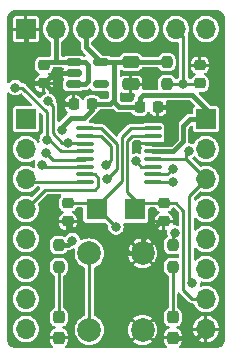
<source format=gbr>
%TF.GenerationSoftware,KiCad,Pcbnew,7.0.7*%
%TF.CreationDate,2024-07-05T12:18:51-04:00*%
%TF.ProjectId,MSP430FR21_Breakout,4d535034-3330-4465-9232-315f42726561,rev?*%
%TF.SameCoordinates,Original*%
%TF.FileFunction,Copper,L1,Top*%
%TF.FilePolarity,Positive*%
%FSLAX46Y46*%
G04 Gerber Fmt 4.6, Leading zero omitted, Abs format (unit mm)*
G04 Created by KiCad (PCBNEW 7.0.7) date 2024-07-05 12:18:51*
%MOMM*%
%LPD*%
G01*
G04 APERTURE LIST*
G04 Aperture macros list*
%AMRoundRect*
0 Rectangle with rounded corners*
0 $1 Rounding radius*
0 $2 $3 $4 $5 $6 $7 $8 $9 X,Y pos of 4 corners*
0 Add a 4 corners polygon primitive as box body*
4,1,4,$2,$3,$4,$5,$6,$7,$8,$9,$2,$3,0*
0 Add four circle primitives for the rounded corners*
1,1,$1+$1,$2,$3*
1,1,$1+$1,$4,$5*
1,1,$1+$1,$6,$7*
1,1,$1+$1,$8,$9*
0 Add four rect primitives between the rounded corners*
20,1,$1+$1,$2,$3,$4,$5,0*
20,1,$1+$1,$4,$5,$6,$7,0*
20,1,$1+$1,$6,$7,$8,$9,0*
20,1,$1+$1,$8,$9,$2,$3,0*%
G04 Aperture macros list end*
%TA.AperFunction,SMDPad,CuDef*%
%ADD10RoundRect,0.225000X-0.250000X0.225000X-0.250000X-0.225000X0.250000X-0.225000X0.250000X0.225000X0*%
%TD*%
%TA.AperFunction,SMDPad,CuDef*%
%ADD11RoundRect,0.100000X0.637500X0.100000X-0.637500X0.100000X-0.637500X-0.100000X0.637500X-0.100000X0*%
%TD*%
%TA.AperFunction,SMDPad,CuDef*%
%ADD12RoundRect,0.225000X0.250000X-0.225000X0.250000X0.225000X-0.250000X0.225000X-0.250000X-0.225000X0*%
%TD*%
%TA.AperFunction,SMDPad,CuDef*%
%ADD13RoundRect,0.150000X-0.512500X-0.150000X0.512500X-0.150000X0.512500X0.150000X-0.512500X0.150000X0*%
%TD*%
%TA.AperFunction,SMDPad,CuDef*%
%ADD14R,1.750000X1.800000*%
%TD*%
%TA.AperFunction,ComponentPad*%
%ADD15C,2.000000*%
%TD*%
%TA.AperFunction,ComponentPad*%
%ADD16R,1.700000X1.700000*%
%TD*%
%TA.AperFunction,ComponentPad*%
%ADD17O,1.700000X1.700000*%
%TD*%
%TA.AperFunction,SMDPad,CuDef*%
%ADD18RoundRect,0.237500X-0.237500X0.250000X-0.237500X-0.250000X0.237500X-0.250000X0.237500X0.250000X0*%
%TD*%
%TA.AperFunction,SMDPad,CuDef*%
%ADD19RoundRect,0.237500X0.237500X-0.287500X0.237500X0.287500X-0.237500X0.287500X-0.237500X-0.287500X0*%
%TD*%
%TA.AperFunction,SMDPad,CuDef*%
%ADD20RoundRect,0.250000X-0.475000X0.250000X-0.475000X-0.250000X0.475000X-0.250000X0.475000X0.250000X0*%
%TD*%
%TA.AperFunction,SMDPad,CuDef*%
%ADD21RoundRect,0.225000X-0.225000X-0.250000X0.225000X-0.250000X0.225000X0.250000X-0.225000X0.250000X0*%
%TD*%
%TA.AperFunction,SMDPad,CuDef*%
%ADD22RoundRect,0.225000X0.225000X0.250000X-0.225000X0.250000X-0.225000X-0.250000X0.225000X-0.250000X0*%
%TD*%
%TA.AperFunction,ViaPad*%
%ADD23C,0.800000*%
%TD*%
%TA.AperFunction,Conductor*%
%ADD24C,0.400000*%
%TD*%
%TA.AperFunction,Conductor*%
%ADD25C,0.250000*%
%TD*%
G04 APERTURE END LIST*
D10*
%TO.P,C6,1*%
%TO.N,+5V*%
X138684000Y-79248000D03*
%TO.P,C6,2*%
%TO.N,GND*%
X138684000Y-80798000D03*
%TD*%
D11*
%TO.P,U1,1,P1.1/UCA0CLK/ACLK/C1/A1*%
%TO.N,P1.1*%
X147896500Y-89143000D03*
%TO.P,U1,2,P1.0/UCA0STE/SMCLK/C0/A0/VEREF+*%
%TO.N,P1.0*%
X147896500Y-88493000D03*
%TO.P,U1,3,TEST/SBWTCK*%
%TO.N,Test*%
X147896500Y-87843000D03*
%TO.P,U1,4,RST/NMI/SBWTDIO*%
%TO.N,RST*%
X147896500Y-87193000D03*
%TO.P,U1,5,DVCC*%
%TO.N,+3V3*%
X147896500Y-86543000D03*
%TO.P,U1,6,DVSS*%
%TO.N,GND*%
X147896500Y-85893000D03*
%TO.P,U1,7,P2.7/TB0CLK/XIN*%
%TO.N,P2.7*%
X147896500Y-85243000D03*
%TO.P,U1,8,P2.6/MCLK/XOUT*%
%TO.N,P2.6*%
X147896500Y-84593000D03*
%TO.P,U1,9,P2.1/TB0.2*%
%TO.N,P2.1*%
X142171500Y-84593000D03*
%TO.P,U1,10,P2.0/TB0.1/COUT*%
%TO.N,P2.0*%
X142171500Y-85243000D03*
%TO.P,U1,11,P1.7/UCA0TXD/UCA0SIMO/TB0.2/TDO/A7/VREF+*%
%TO.N,P1.7*%
X142171500Y-85893000D03*
%TO.P,U1,12,P1.6/UCA0RXD/UCA0SOMI/TB0.1/TDI/TCLK/A6*%
%TO.N,P1.6*%
X142171500Y-86543000D03*
%TO.P,U1,13,P1.5/UCA0CLK/TMS/A5*%
%TO.N,P1.5*%
X142171500Y-87193000D03*
%TO.P,U1,14,P1.4/UCA0STE/TCK/A4*%
%TO.N,P1.4*%
X142171500Y-87843000D03*
%TO.P,U1,15,P1.3/UCA0TXD/UCA0SIMO/C3/A3*%
%TO.N,P1.3*%
X142171500Y-88493000D03*
%TO.P,U1,16,P1.2/UCA0RXD/UCA0SOMI/TB0TRG/C2/A2/VEREF-*%
%TO.N,P1.2*%
X142171500Y-89143000D03*
%TD*%
D12*
%TO.P,C5,1*%
%TO.N,RST*%
X151892000Y-80798000D03*
%TO.P,C5,2*%
%TO.N,GND*%
X151892000Y-79248000D03*
%TD*%
D13*
%TO.P,U2,1,VIN*%
%TO.N,+5V*%
X141224000Y-78994000D03*
%TO.P,U2,2,GND*%
%TO.N,GND*%
X141224000Y-79944000D03*
%TO.P,U2,3,EN*%
%TO.N,+5V*%
X141224000Y-80894000D03*
%TO.P,U2,4,NC*%
%TO.N,unconnected-(U2-NC-Pad4)*%
X143499000Y-80894000D03*
%TO.P,U2,5,VOUT*%
%TO.N,+3V3*%
X143499000Y-78994000D03*
%TD*%
D14*
%TO.P,Y1,1,1*%
%TO.N,P2.7*%
X146405000Y-91440000D03*
%TO.P,Y1,2,2*%
%TO.N,P2.6*%
X143155000Y-91440000D03*
%TD*%
D15*
%TO.P,SW1,1,A*%
%TO.N,RST*%
X142530000Y-101675000D03*
X142530000Y-95175000D03*
%TO.P,SW1,2,B*%
%TO.N,GND*%
X147030000Y-101675000D03*
X147030000Y-95175000D03*
%TD*%
D16*
%TO.P,J3,1,Pin_1*%
%TO.N,GND*%
X137160000Y-76200000D03*
D17*
%TO.P,J3,2,Pin_2*%
%TO.N,+5V*%
X139700000Y-76200000D03*
%TO.P,J3,3,Pin_3*%
%TO.N,+3V3*%
X142240000Y-76200000D03*
%TO.P,J3,4,Pin_4*%
%TO.N,P1.6*%
X144780000Y-76200000D03*
%TO.P,J3,5,Pin_5*%
%TO.N,P1.7*%
X147320000Y-76200000D03*
%TO.P,J3,6,Pin_6*%
%TO.N,RST*%
X149860000Y-76200000D03*
%TO.P,J3,7,Pin_7*%
%TO.N,Test*%
X152400000Y-76200000D03*
%TD*%
D16*
%TO.P,J2,1,Pin_1*%
%TO.N,+3V3*%
X152400000Y-83820000D03*
D17*
%TO.P,J2,2,Pin_2*%
%TO.N,Test*%
X152400000Y-86360000D03*
%TO.P,J2,3,Pin_3*%
%TO.N,RST*%
X152400000Y-88900000D03*
%TO.P,J2,4,Pin_4*%
%TO.N,P2.0*%
X152400000Y-91440000D03*
%TO.P,J2,5,Pin_5*%
%TO.N,P2.1*%
X152400000Y-93980000D03*
%TO.P,J2,6,Pin_6*%
%TO.N,P2.6*%
X152400000Y-96520000D03*
%TO.P,J2,7,Pin_7*%
%TO.N,P2.7*%
X152400000Y-99060000D03*
%TO.P,J2,8,Pin_8*%
%TO.N,GND*%
X152400000Y-101600000D03*
%TD*%
D18*
%TO.P,R2,1*%
%TO.N,P2.0*%
X149606000Y-94488000D03*
%TO.P,R2,2*%
%TO.N,Net-(D1-A)*%
X149606000Y-96313000D03*
%TD*%
D19*
%TO.P,D2,1,K*%
%TO.N,GND*%
X139954000Y-102334000D03*
%TO.P,D2,2,A*%
%TO.N,Net-(D2-A)*%
X139954000Y-100584000D03*
%TD*%
D10*
%TO.P,C3,1*%
%TO.N,P2.6*%
X140716000Y-90932000D03*
%TO.P,C3,2*%
%TO.N,GND*%
X140716000Y-92482000D03*
%TD*%
D20*
%TO.P,C1,1*%
%TO.N,+3V3*%
X146050000Y-78994000D03*
%TO.P,C1,2*%
%TO.N,GND*%
X146050000Y-80894000D03*
%TD*%
D19*
%TO.P,D1,1,K*%
%TO.N,GND*%
X149606000Y-102334000D03*
%TO.P,D1,2,A*%
%TO.N,Net-(D1-A)*%
X149606000Y-100584000D03*
%TD*%
D21*
%TO.P,C2,1*%
%TO.N,+3V3*%
X146786000Y-82804000D03*
%TO.P,C2,2*%
%TO.N,GND*%
X148336000Y-82804000D03*
%TD*%
D12*
%TO.P,C4,1*%
%TO.N,GND*%
X148844000Y-92482000D03*
%TO.P,C4,2*%
%TO.N,P2.7*%
X148844000Y-90932000D03*
%TD*%
D18*
%TO.P,R3,1*%
%TO.N,+3V3*%
X139954000Y-94488000D03*
%TO.P,R3,2*%
%TO.N,Net-(D2-A)*%
X139954000Y-96313000D03*
%TD*%
D22*
%TO.P,C7,1*%
%TO.N,+3V3*%
X142748000Y-82550000D03*
%TO.P,C7,2*%
%TO.N,GND*%
X141198000Y-82550000D03*
%TD*%
D18*
%TO.P,R1,1*%
%TO.N,+3V3*%
X149098000Y-78994000D03*
%TO.P,R1,2*%
%TO.N,RST*%
X149098000Y-80819000D03*
%TD*%
D16*
%TO.P,J1,1,Pin_1*%
%TO.N,P1.0*%
X137160000Y-83820000D03*
D17*
%TO.P,J1,2,Pin_2*%
%TO.N,P1.1*%
X137160000Y-86360000D03*
%TO.P,J1,3,Pin_3*%
%TO.N,P1.2*%
X137160000Y-88900000D03*
%TO.P,J1,4,Pin_4*%
%TO.N,P1.3*%
X137160000Y-91440000D03*
%TO.P,J1,5,Pin_5*%
%TO.N,P1.4*%
X137160000Y-93980000D03*
%TO.P,J1,6,Pin_6*%
%TO.N,P1.5*%
X137160000Y-96520000D03*
%TO.P,J1,7,Pin_7*%
%TO.N,P1.6*%
X137160000Y-99060000D03*
%TO.P,J1,8,Pin_8*%
%TO.N,P1.7*%
X137160000Y-101600000D03*
%TD*%
D23*
%TO.N,+3V3*%
X140208000Y-84709000D03*
X141097000Y-94107000D03*
%TO.N,GND*%
X149504400Y-83769200D03*
%TO.N,P2.6*%
X144780000Y-92964000D03*
%TO.N,RST*%
X151257000Y-97663000D03*
X150495000Y-80819000D03*
X150926800Y-86512400D03*
%TO.N,P1.0*%
X149606000Y-88011000D03*
%TO.N,P1.1*%
X149606000Y-89154000D03*
%TO.N,P1.4*%
X138557000Y-87680800D03*
%TO.N,P1.5*%
X138836400Y-86664800D03*
%TO.N,P1.6*%
X138955832Y-85558456D03*
X136271000Y-81153000D03*
%TO.N,P1.7*%
X139037799Y-82323201D03*
X140712489Y-85822341D03*
%TO.N,Test*%
X146462500Y-87376000D03*
%TO.N,P2.0*%
X143949503Y-87698497D03*
X149770500Y-93472000D03*
%TO.N,P2.1*%
X144018000Y-88900000D03*
%TD*%
D24*
%TO.N,+3V3*%
X144526000Y-82296000D02*
X144653000Y-82169000D01*
X139954000Y-94488000D02*
X140716000Y-94488000D01*
X140208000Y-84709000D02*
X140208000Y-84455000D01*
X143499000Y-78994000D02*
X144653000Y-78994000D01*
X145034000Y-82804000D02*
X144526000Y-82296000D01*
X147066000Y-81788000D02*
X146786000Y-82068000D01*
X146050000Y-78994000D02*
X149098000Y-78994000D01*
X152400000Y-83820000D02*
X152400000Y-82931000D01*
X152400000Y-82931000D02*
X151257000Y-81788000D01*
X142240000Y-77735000D02*
X143499000Y-78994000D01*
X144653000Y-82169000D02*
X144653000Y-78994000D01*
X142113000Y-83693000D02*
X142748000Y-83058000D01*
X150460000Y-85719528D02*
X150460000Y-84388400D01*
X140716000Y-94488000D02*
X141097000Y-94107000D01*
X151257000Y-81788000D02*
X147066000Y-81788000D01*
X144272000Y-82550000D02*
X144526000Y-82296000D01*
X140208000Y-84455000D02*
X140970000Y-83693000D01*
X142748000Y-83058000D02*
X142748000Y-82550000D01*
X142240000Y-76200000D02*
X142240000Y-77735000D01*
X144653000Y-78994000D02*
X146050000Y-78994000D01*
X146786000Y-82068000D02*
X146786000Y-82804000D01*
X140970000Y-83693000D02*
X142113000Y-83693000D01*
X149636528Y-86543000D02*
X150460000Y-85719528D01*
X146786000Y-82804000D02*
X145034000Y-82804000D01*
X151028400Y-83820000D02*
X152400000Y-83820000D01*
X150460000Y-84388400D02*
X151028400Y-83820000D01*
X142748000Y-82550000D02*
X144272000Y-82550000D01*
X147896500Y-86543000D02*
X149636528Y-86543000D01*
%TO.N,GND*%
X141097000Y-93091000D02*
X143775629Y-93091000D01*
X149860000Y-85471000D02*
X149860000Y-84124800D01*
X137160000Y-80264000D02*
X137694000Y-80798000D01*
X138708200Y-80798000D02*
X138684000Y-80798000D01*
X149438000Y-85893000D02*
X149860000Y-85471000D01*
X149504400Y-83769200D02*
X149860000Y-83413600D01*
X151666000Y-102334000D02*
X152400000Y-101600000D01*
X143775629Y-93091000D02*
X145859629Y-95175000D01*
X149860000Y-84124800D02*
X149504400Y-83769200D01*
X139562200Y-79944000D02*
X138708200Y-80798000D01*
X148844000Y-92482000D02*
X148564000Y-92482000D01*
X149860000Y-83058000D02*
X149606000Y-82804000D01*
X141198000Y-82550000D02*
X140436000Y-82550000D01*
X137160000Y-76200000D02*
X137160000Y-80264000D01*
X137694000Y-80798000D02*
X138684000Y-80798000D01*
X147896500Y-85893000D02*
X149438000Y-85893000D01*
X149606000Y-82804000D02*
X148336000Y-82804000D01*
X140716000Y-92482000D02*
X140716000Y-92710000D01*
X147030000Y-94016000D02*
X147030000Y-95175000D01*
X145859629Y-95175000D02*
X147030000Y-95175000D01*
X149860000Y-83413600D02*
X149860000Y-83058000D01*
X149606000Y-102334000D02*
X151666000Y-102334000D01*
X140716000Y-92710000D02*
X141097000Y-93091000D01*
X140436000Y-82550000D02*
X138684000Y-80798000D01*
X148564000Y-92482000D02*
X147030000Y-94016000D01*
X141224000Y-79944000D02*
X139562200Y-79944000D01*
D25*
%TO.N,P2.6*%
X143155000Y-91440000D02*
X143256000Y-91440000D01*
X146039000Y-84593000D02*
X147896500Y-84593000D01*
X140716000Y-90932000D02*
X142647000Y-90932000D01*
X145288000Y-89027000D02*
X145288000Y-85344000D01*
X142647000Y-90932000D02*
X143155000Y-91440000D01*
X145288000Y-85344000D02*
X146039000Y-84593000D01*
X143256000Y-91440000D02*
X144780000Y-92964000D01*
X143155000Y-91440000D02*
X143155000Y-91160000D01*
X143155000Y-91160000D02*
X145288000Y-89027000D01*
%TO.N,P2.7*%
X151257000Y-99060000D02*
X150495000Y-98298000D01*
X146151000Y-85243000D02*
X145738000Y-85656000D01*
X147896500Y-85243000D02*
X146151000Y-85243000D01*
X146913000Y-90932000D02*
X146405000Y-91440000D01*
X145738000Y-89985000D02*
X146405000Y-90652000D01*
X145738000Y-85656000D02*
X145738000Y-89985000D01*
X149860000Y-90932000D02*
X148844000Y-90932000D01*
X146405000Y-90652000D02*
X146405000Y-91440000D01*
X152400000Y-99060000D02*
X151257000Y-99060000D01*
X150495000Y-98298000D02*
X150495000Y-91567000D01*
X148844000Y-90932000D02*
X146913000Y-90932000D01*
X150495000Y-91567000D02*
X149860000Y-90932000D01*
%TO.N,RST*%
X151003000Y-96647000D02*
X151003000Y-97409000D01*
X147896500Y-87193000D02*
X150693000Y-87193000D01*
X150495000Y-80819000D02*
X151871000Y-80819000D01*
X151003000Y-97409000D02*
X151257000Y-97663000D01*
X150495000Y-76835000D02*
X150495000Y-80819000D01*
X150693000Y-87193000D02*
X152400000Y-88900000D01*
X142530000Y-101675000D02*
X142530000Y-95175000D01*
X149098000Y-80819000D02*
X150495000Y-80819000D01*
X151871000Y-80819000D02*
X151892000Y-80798000D01*
X151003000Y-90297000D02*
X151003000Y-96647000D01*
X150693000Y-86746200D02*
X150693000Y-87193000D01*
X150926800Y-86512400D02*
X150693000Y-86746200D01*
X149860000Y-76200000D02*
X150495000Y-76835000D01*
X152400000Y-88900000D02*
X151003000Y-90297000D01*
D24*
%TO.N,+5V*%
X142443200Y-79248000D02*
X142443200Y-80619600D01*
X139700000Y-78994000D02*
X141224000Y-78994000D01*
X138938000Y-78994000D02*
X139700000Y-78994000D01*
X142443200Y-80619600D02*
X142168800Y-80894000D01*
X139700000Y-76200000D02*
X139700000Y-78994000D01*
X138684000Y-79248000D02*
X138938000Y-78994000D01*
X142189200Y-78994000D02*
X142443200Y-79248000D01*
X141224000Y-78994000D02*
X142189200Y-78994000D01*
X142168800Y-80894000D02*
X141224000Y-80894000D01*
D25*
%TO.N,Net-(D1-A)*%
X149606000Y-96313000D02*
X149606000Y-100584000D01*
%TO.N,Net-(D2-A)*%
X139954000Y-96313000D02*
X139954000Y-100584000D01*
%TO.N,P1.0*%
X149124000Y-88493000D02*
X149606000Y-88011000D01*
X147896500Y-88493000D02*
X149124000Y-88493000D01*
%TO.N,P1.1*%
X149606000Y-89154000D02*
X147907500Y-89154000D01*
X147907500Y-89154000D02*
X147896500Y-89143000D01*
%TO.N,P1.2*%
X142171500Y-89143000D02*
X137403000Y-89143000D01*
X137403000Y-89143000D02*
X137160000Y-88900000D01*
%TO.N,P1.3*%
X143293000Y-88773000D02*
X143013000Y-88493000D01*
X143013000Y-88493000D02*
X142171500Y-88493000D01*
X138811000Y-89789000D02*
X143002000Y-89789000D01*
X137160000Y-91440000D02*
X138811000Y-89789000D01*
X143293000Y-89498000D02*
X143293000Y-88773000D01*
X143002000Y-89789000D02*
X143293000Y-89498000D01*
%TO.N,P1.4*%
X138557000Y-87680800D02*
X138719200Y-87843000D01*
X138719200Y-87843000D02*
X142171500Y-87843000D01*
%TO.N,P1.5*%
X139489600Y-87318000D02*
X142046500Y-87318000D01*
X142046500Y-87318000D02*
X142171500Y-87193000D01*
X138836400Y-86664800D02*
X139489600Y-87318000D01*
%TO.N,P1.6*%
X138955832Y-85558456D02*
X139152456Y-85558456D01*
X140141341Y-86547341D02*
X141012794Y-86547341D01*
X138955832Y-83265832D02*
X138955832Y-85558456D01*
X141017135Y-86543000D02*
X142171500Y-86543000D01*
X141012794Y-86547341D02*
X141017135Y-86543000D01*
X136843000Y-81153000D02*
X138955832Y-83265832D01*
X136271000Y-81153000D02*
X136843000Y-81153000D01*
X139152456Y-85558456D02*
X140141341Y-86547341D01*
%TO.N,P1.7*%
X139441948Y-82727350D02*
X139037799Y-82323201D01*
X140245022Y-85822341D02*
X139441948Y-85019267D01*
X140712489Y-85822341D02*
X142100841Y-85822341D01*
X142100841Y-85822341D02*
X142171500Y-85893000D01*
X140712489Y-85822341D02*
X140245022Y-85822341D01*
X139441948Y-85019267D02*
X139441948Y-82727350D01*
%TO.N,Test*%
X146929500Y-87843000D02*
X146462500Y-87376000D01*
X147896500Y-87843000D02*
X146929500Y-87843000D01*
%TO.N,P2.0*%
X144388000Y-87260000D02*
X143949503Y-87698497D01*
X149606000Y-94488000D02*
X149606000Y-93636500D01*
X142171500Y-85243000D02*
X143536000Y-85243000D01*
X144388000Y-86095000D02*
X144388000Y-87260000D01*
X149606000Y-93636500D02*
X149770500Y-93472000D01*
X143536000Y-85243000D02*
X144388000Y-86095000D01*
%TO.N,P2.1*%
X144838000Y-86614000D02*
X144838000Y-88080000D01*
X142171500Y-84593000D02*
X143522396Y-84593000D01*
X144838000Y-88080000D02*
X144018000Y-88900000D01*
X144838000Y-85908604D02*
X144838000Y-86614000D01*
X143522396Y-84593000D02*
X144838000Y-85908604D01*
%TD*%
%TA.AperFunction,Conductor*%
%TO.N,GND*%
G36*
X153308031Y-74595799D02*
G01*
X153355947Y-74600517D01*
X153429317Y-74607744D01*
X153453145Y-74612483D01*
X153561005Y-74645202D01*
X153583453Y-74654501D01*
X153682849Y-74707629D01*
X153703059Y-74721133D01*
X153790179Y-74792630D01*
X153807369Y-74809820D01*
X153878866Y-74896940D01*
X153892370Y-74917150D01*
X153945495Y-75016538D01*
X153954798Y-75038997D01*
X153987514Y-75146848D01*
X153992256Y-75170688D01*
X154004201Y-75291967D01*
X154004500Y-75298048D01*
X154004500Y-102501951D01*
X154004201Y-102508032D01*
X153992256Y-102629311D01*
X153987514Y-102653151D01*
X153954798Y-102761002D01*
X153945495Y-102783461D01*
X153892370Y-102882849D01*
X153878866Y-102903059D01*
X153807369Y-102990179D01*
X153790179Y-103007369D01*
X153703059Y-103078866D01*
X153682849Y-103092370D01*
X153583461Y-103145495D01*
X153561002Y-103154798D01*
X153453151Y-103187514D01*
X153429311Y-103192256D01*
X153308032Y-103204201D01*
X153301951Y-103204500D01*
X150250742Y-103204500D01*
X150183703Y-103184815D01*
X150137948Y-103132011D01*
X150128004Y-103062853D01*
X150157029Y-102999297D01*
X150176431Y-102981234D01*
X150191756Y-102969761D01*
X150275767Y-102857537D01*
X150324758Y-102726187D01*
X150330999Y-102668146D01*
X150331000Y-102668129D01*
X150331000Y-102459000D01*
X148881000Y-102459000D01*
X148881000Y-102668146D01*
X148887241Y-102726187D01*
X148936232Y-102857537D01*
X149020243Y-102969761D01*
X149035569Y-102981234D01*
X149077440Y-103037168D01*
X149082424Y-103106859D01*
X149048938Y-103168182D01*
X148987615Y-103201666D01*
X148961258Y-103204500D01*
X140598742Y-103204500D01*
X140531703Y-103184815D01*
X140485948Y-103132011D01*
X140476004Y-103062853D01*
X140505029Y-102999297D01*
X140524431Y-102981234D01*
X140539756Y-102969761D01*
X140623767Y-102857537D01*
X140672758Y-102726187D01*
X140678999Y-102668146D01*
X140679000Y-102668129D01*
X140679000Y-102459000D01*
X139229000Y-102459000D01*
X139229000Y-102668146D01*
X139235241Y-102726187D01*
X139284232Y-102857537D01*
X139368243Y-102969761D01*
X139383569Y-102981234D01*
X139425440Y-103037168D01*
X139430424Y-103106859D01*
X139396938Y-103168182D01*
X139335615Y-103201666D01*
X139309258Y-103204500D01*
X136258049Y-103204500D01*
X136251968Y-103204201D01*
X136130688Y-103192256D01*
X136106848Y-103187514D01*
X135998997Y-103154798D01*
X135976541Y-103145496D01*
X135877150Y-103092370D01*
X135856940Y-103078866D01*
X135769820Y-103007369D01*
X135752630Y-102990179D01*
X135681133Y-102903059D01*
X135667629Y-102882849D01*
X135614501Y-102783453D01*
X135605201Y-102761002D01*
X135572483Y-102653145D01*
X135567744Y-102629317D01*
X135555799Y-102508031D01*
X135555500Y-102501951D01*
X135555500Y-101600000D01*
X136054785Y-101600000D01*
X136073602Y-101803082D01*
X136129417Y-101999247D01*
X136129422Y-101999260D01*
X136220327Y-102181821D01*
X136343237Y-102344581D01*
X136493958Y-102481980D01*
X136493960Y-102481982D01*
X136531136Y-102505000D01*
X136667363Y-102589348D01*
X136857544Y-102663024D01*
X137058024Y-102700500D01*
X137058026Y-102700500D01*
X137261974Y-102700500D01*
X137261976Y-102700500D01*
X137462456Y-102663024D01*
X137652637Y-102589348D01*
X137826041Y-102481981D01*
X137976764Y-102344579D01*
X138099673Y-102181821D01*
X138190582Y-101999250D01*
X138246397Y-101803083D01*
X138265215Y-101600000D01*
X138246397Y-101396917D01*
X138190582Y-101200750D01*
X138165366Y-101150110D01*
X138114204Y-101047362D01*
X138099673Y-101018179D01*
X138024165Y-100918190D01*
X139228500Y-100918190D01*
X139234748Y-100976299D01*
X139261348Y-101047615D01*
X139283788Y-101107778D01*
X139367884Y-101220116D01*
X139480222Y-101304212D01*
X139584445Y-101343085D01*
X139640379Y-101384957D01*
X139664795Y-101450422D01*
X139649943Y-101518694D01*
X139600537Y-101568100D01*
X139584445Y-101575449D01*
X139480462Y-101614232D01*
X139368241Y-101698241D01*
X139284232Y-101810462D01*
X139235241Y-101941812D01*
X139229000Y-101999853D01*
X139229000Y-102209000D01*
X140679000Y-102209000D01*
X140679000Y-101999870D01*
X140678999Y-101999853D01*
X140672758Y-101941812D01*
X140623767Y-101810462D01*
X140539758Y-101698241D01*
X140427537Y-101614232D01*
X140323554Y-101575449D01*
X140267621Y-101533577D01*
X140243204Y-101468113D01*
X140258056Y-101399840D01*
X140307461Y-101350435D01*
X140323548Y-101343087D01*
X140427778Y-101304212D01*
X140540116Y-101220116D01*
X140624212Y-101107778D01*
X140673251Y-100976299D01*
X140673283Y-100976000D01*
X140679499Y-100918190D01*
X140679500Y-100918173D01*
X140679500Y-100249826D01*
X140679499Y-100249809D01*
X140673251Y-100191700D01*
X140647635Y-100123022D01*
X140624212Y-100060222D01*
X140540116Y-99947884D01*
X140427778Y-99863788D01*
X140427776Y-99863787D01*
X140427777Y-99863787D01*
X140410163Y-99857217D01*
X140354230Y-99815344D01*
X140329816Y-99749879D01*
X140329500Y-99741037D01*
X140329500Y-97118462D01*
X140349185Y-97051423D01*
X140401989Y-97005668D01*
X140410171Y-97002279D01*
X140427774Y-96995714D01*
X140427775Y-96995712D01*
X140427778Y-96995712D01*
X140540116Y-96911616D01*
X140624212Y-96799278D01*
X140673251Y-96667799D01*
X140673250Y-96667799D01*
X140679499Y-96609690D01*
X140679500Y-96609673D01*
X140679500Y-96016326D01*
X140679499Y-96016309D01*
X140673251Y-95958200D01*
X140658665Y-95919094D01*
X140624212Y-95826722D01*
X140540116Y-95714384D01*
X140467499Y-95660023D01*
X140427780Y-95630289D01*
X140427778Y-95630288D01*
X140401144Y-95620354D01*
X140296299Y-95581248D01*
X140238190Y-95575000D01*
X140238174Y-95575000D01*
X139669826Y-95575000D01*
X139669809Y-95575000D01*
X139611700Y-95581248D01*
X139480219Y-95630289D01*
X139367884Y-95714384D01*
X139283789Y-95826719D01*
X139234748Y-95958200D01*
X139228500Y-96016309D01*
X139228500Y-96609690D01*
X139234748Y-96667799D01*
X139273854Y-96772644D01*
X139283788Y-96799278D01*
X139367884Y-96911616D01*
X139440500Y-96965976D01*
X139480222Y-96995712D01*
X139480225Y-96995714D01*
X139497829Y-97002279D01*
X139553765Y-97044148D01*
X139578184Y-97109612D01*
X139578500Y-97118462D01*
X139578500Y-99741037D01*
X139558815Y-99808076D01*
X139506011Y-99853831D01*
X139497837Y-99857217D01*
X139480222Y-99863787D01*
X139367884Y-99947884D01*
X139283789Y-100060219D01*
X139234748Y-100191700D01*
X139228500Y-100249809D01*
X139228500Y-100918190D01*
X138024165Y-100918190D01*
X137976764Y-100855421D01*
X137976762Y-100855418D01*
X137826041Y-100718019D01*
X137826039Y-100718017D01*
X137652642Y-100610655D01*
X137652635Y-100610651D01*
X137463705Y-100537460D01*
X137462456Y-100536976D01*
X137261976Y-100499500D01*
X137058024Y-100499500D01*
X136857544Y-100536976D01*
X136857541Y-100536976D01*
X136857541Y-100536977D01*
X136667364Y-100610651D01*
X136667357Y-100610655D01*
X136493960Y-100718017D01*
X136493958Y-100718019D01*
X136343237Y-100855418D01*
X136220327Y-101018178D01*
X136129422Y-101200739D01*
X136129417Y-101200752D01*
X136073602Y-101396917D01*
X136054785Y-101599999D01*
X136054785Y-101600000D01*
X135555500Y-101600000D01*
X135555500Y-99060000D01*
X136054785Y-99060000D01*
X136073602Y-99263082D01*
X136129417Y-99459247D01*
X136129422Y-99459260D01*
X136220327Y-99641821D01*
X136343237Y-99804581D01*
X136493958Y-99941980D01*
X136493960Y-99941982D01*
X136593141Y-100003392D01*
X136667363Y-100049348D01*
X136857544Y-100123024D01*
X137058024Y-100160500D01*
X137058026Y-100160500D01*
X137261974Y-100160500D01*
X137261976Y-100160500D01*
X137462456Y-100123024D01*
X137652637Y-100049348D01*
X137826041Y-99941981D01*
X137976764Y-99804579D01*
X138099673Y-99641821D01*
X138190582Y-99459250D01*
X138246397Y-99263083D01*
X138265215Y-99060000D01*
X138246397Y-98856917D01*
X138190582Y-98660750D01*
X138184143Y-98647819D01*
X138126386Y-98531826D01*
X138099673Y-98478179D01*
X138004493Y-98352140D01*
X137976762Y-98315418D01*
X137826041Y-98178019D01*
X137826039Y-98178017D01*
X137652642Y-98070655D01*
X137652635Y-98070651D01*
X137521336Y-98019786D01*
X137462456Y-97996976D01*
X137261976Y-97959500D01*
X137058024Y-97959500D01*
X136857544Y-97996976D01*
X136857541Y-97996976D01*
X136857541Y-97996977D01*
X136667364Y-98070651D01*
X136667357Y-98070655D01*
X136493960Y-98178017D01*
X136493958Y-98178019D01*
X136343237Y-98315418D01*
X136220327Y-98478178D01*
X136129422Y-98660739D01*
X136129417Y-98660752D01*
X136073602Y-98856917D01*
X136054785Y-99059999D01*
X136054785Y-99060000D01*
X135555500Y-99060000D01*
X135555500Y-96520000D01*
X136054785Y-96520000D01*
X136073602Y-96723082D01*
X136129417Y-96919247D01*
X136129422Y-96919260D01*
X136220327Y-97101821D01*
X136343237Y-97264581D01*
X136493958Y-97401980D01*
X136493960Y-97401982D01*
X136593141Y-97463392D01*
X136667363Y-97509348D01*
X136857544Y-97583024D01*
X137058024Y-97620500D01*
X137058026Y-97620500D01*
X137261974Y-97620500D01*
X137261976Y-97620500D01*
X137462456Y-97583024D01*
X137652637Y-97509348D01*
X137826041Y-97401981D01*
X137976764Y-97264579D01*
X138099673Y-97101821D01*
X138190582Y-96919250D01*
X138246397Y-96723083D01*
X138265215Y-96520000D01*
X138246397Y-96316917D01*
X138190582Y-96120750D01*
X138099673Y-95938179D01*
X138015505Y-95826722D01*
X137976762Y-95775418D01*
X137826041Y-95638019D01*
X137826039Y-95638017D01*
X137652642Y-95530655D01*
X137652635Y-95530651D01*
X137557546Y-95493814D01*
X137462456Y-95456976D01*
X137261976Y-95419500D01*
X137058024Y-95419500D01*
X136857544Y-95456976D01*
X136857541Y-95456976D01*
X136857541Y-95456977D01*
X136667364Y-95530651D01*
X136667357Y-95530655D01*
X136493960Y-95638017D01*
X136493958Y-95638019D01*
X136343237Y-95775418D01*
X136220327Y-95938178D01*
X136129422Y-96120739D01*
X136129417Y-96120752D01*
X136073602Y-96316917D01*
X136054785Y-96519999D01*
X136054785Y-96520000D01*
X135555500Y-96520000D01*
X135555500Y-93980000D01*
X136054785Y-93980000D01*
X136073602Y-94183082D01*
X136129417Y-94379247D01*
X136129422Y-94379260D01*
X136220327Y-94561821D01*
X136343237Y-94724581D01*
X136472917Y-94842799D01*
X136490230Y-94858582D01*
X136493958Y-94861980D01*
X136493960Y-94861982D01*
X136497906Y-94864425D01*
X136667363Y-94969348D01*
X136857544Y-95043024D01*
X137058024Y-95080500D01*
X137058026Y-95080500D01*
X137261974Y-95080500D01*
X137261976Y-95080500D01*
X137462456Y-95043024D01*
X137652637Y-94969348D01*
X137826041Y-94861981D01*
X137910825Y-94784690D01*
X139228500Y-94784690D01*
X139234748Y-94842799D01*
X139283789Y-94974280D01*
X139317351Y-95019112D01*
X139367884Y-95086616D01*
X139480222Y-95170712D01*
X139572594Y-95205165D01*
X139611700Y-95219751D01*
X139669809Y-95225999D01*
X139669826Y-95226000D01*
X140238174Y-95226000D01*
X140238190Y-95225999D01*
X140296299Y-95219751D01*
X140301085Y-95217966D01*
X140427778Y-95170712D01*
X140540116Y-95086616D01*
X140611518Y-94991233D01*
X140667450Y-94949365D01*
X140724668Y-94942327D01*
X140733035Y-94943270D01*
X140791479Y-94932211D01*
X140850287Y-94923348D01*
X140850290Y-94923346D01*
X140858447Y-94920830D01*
X140866469Y-94918023D01*
X140866472Y-94918023D01*
X140919072Y-94890222D01*
X140972642Y-94864425D01*
X140972642Y-94864424D01*
X140972644Y-94864424D01*
X140979695Y-94859616D01*
X140986538Y-94854566D01*
X141028600Y-94812503D01*
X141052207Y-94790600D01*
X141114739Y-94759432D01*
X141136546Y-94757500D01*
X141183485Y-94757500D01*
X141183485Y-94760249D01*
X141239673Y-94769576D01*
X141291472Y-94816465D01*
X141309699Y-94883916D01*
X141305503Y-94913320D01*
X141293793Y-94957020D01*
X141293793Y-94957024D01*
X141274723Y-95174997D01*
X141274723Y-95175002D01*
X141293793Y-95392975D01*
X141293793Y-95392979D01*
X141350422Y-95604322D01*
X141350424Y-95604326D01*
X141350425Y-95604330D01*
X141371418Y-95649349D01*
X141442897Y-95802638D01*
X141442898Y-95802639D01*
X141568402Y-95981877D01*
X141723123Y-96136598D01*
X141902361Y-96262102D01*
X142082905Y-96346291D01*
X142135344Y-96392462D01*
X142154500Y-96458672D01*
X142154500Y-100391327D01*
X142134815Y-100458366D01*
X142082905Y-100503709D01*
X141902361Y-100587898D01*
X141902357Y-100587900D01*
X141723121Y-100713402D01*
X141568402Y-100868121D01*
X141442900Y-101047357D01*
X141442898Y-101047361D01*
X141387673Y-101165791D01*
X141351042Y-101244348D01*
X141350426Y-101245668D01*
X141350422Y-101245677D01*
X141293793Y-101457020D01*
X141293793Y-101457024D01*
X141274723Y-101674997D01*
X141274723Y-101675002D01*
X141293793Y-101892975D01*
X141293793Y-101892979D01*
X141350422Y-102104322D01*
X141350424Y-102104326D01*
X141350425Y-102104330D01*
X141362605Y-102130450D01*
X141442897Y-102302638D01*
X141442898Y-102302639D01*
X141568402Y-102481877D01*
X141723123Y-102636598D01*
X141902361Y-102762102D01*
X142100670Y-102854575D01*
X142312023Y-102911207D01*
X142494926Y-102927208D01*
X142529998Y-102930277D01*
X142530000Y-102930277D01*
X142530002Y-102930277D01*
X142558254Y-102927805D01*
X142747977Y-102911207D01*
X142959330Y-102854575D01*
X143157639Y-102762102D01*
X143336877Y-102636598D01*
X143491598Y-102481877D01*
X143617102Y-102302639D01*
X143709575Y-102104330D01*
X143766207Y-101892977D01*
X143785277Y-101675000D01*
X145775225Y-101675000D01*
X145794287Y-101892884D01*
X145794289Y-101892894D01*
X145850894Y-102104150D01*
X145850898Y-102104159D01*
X145943332Y-102302386D01*
X145943333Y-102302388D01*
X146059676Y-102468545D01*
X146059677Y-102468545D01*
X146464767Y-102063454D01*
X146526090Y-102029969D01*
X146595781Y-102034953D01*
X146643111Y-102066541D01*
X146644477Y-102068005D01*
X146675820Y-102130450D01*
X146668426Y-102199927D01*
X146641495Y-102240280D01*
X146236453Y-102645321D01*
X146402612Y-102761666D01*
X146600840Y-102854101D01*
X146600849Y-102854105D01*
X146812105Y-102910710D01*
X146812115Y-102910712D01*
X147029999Y-102929775D01*
X147030001Y-102929775D01*
X147247884Y-102910712D01*
X147247894Y-102910710D01*
X147459150Y-102854105D01*
X147459159Y-102854101D01*
X147657387Y-102761666D01*
X147823545Y-102645321D01*
X147420640Y-102242417D01*
X147387155Y-102181094D01*
X147392139Y-102111403D01*
X147430100Y-102058521D01*
X147431663Y-102057249D01*
X147496099Y-102030235D01*
X147564911Y-102042346D01*
X147597563Y-102065786D01*
X148000321Y-102468545D01*
X148116666Y-102302387D01*
X148209101Y-102104159D01*
X148209105Y-102104150D01*
X148265710Y-101892894D01*
X148265712Y-101892884D01*
X148284775Y-101675000D01*
X148284775Y-101674999D01*
X148265712Y-101457115D01*
X148265710Y-101457105D01*
X148209105Y-101245849D01*
X148209101Y-101245840D01*
X148116668Y-101047615D01*
X148000320Y-100881454D01*
X147595231Y-101286543D01*
X147533908Y-101320028D01*
X147464216Y-101315044D01*
X147416916Y-101283487D01*
X147415550Y-101282024D01*
X147384186Y-101219590D01*
X147391555Y-101150110D01*
X147418503Y-101109718D01*
X147823545Y-100704677D01*
X147823545Y-100704676D01*
X147657388Y-100588333D01*
X147657386Y-100588332D01*
X147459159Y-100495898D01*
X147459150Y-100495894D01*
X147247894Y-100439289D01*
X147247884Y-100439287D01*
X147030001Y-100420225D01*
X147029999Y-100420225D01*
X146812115Y-100439287D01*
X146812105Y-100439289D01*
X146600849Y-100495894D01*
X146600840Y-100495898D01*
X146402613Y-100588333D01*
X146236454Y-100704678D01*
X146639359Y-101107582D01*
X146672844Y-101168905D01*
X146667860Y-101238596D01*
X146629927Y-101291456D01*
X146628367Y-101292725D01*
X146563940Y-101319759D01*
X146495124Y-101307670D01*
X146462437Y-101284213D01*
X146059678Y-100881454D01*
X145943333Y-101047613D01*
X145850898Y-101245840D01*
X145850894Y-101245849D01*
X145794289Y-101457105D01*
X145794287Y-101457115D01*
X145775225Y-101674999D01*
X145775225Y-101675000D01*
X143785277Y-101675000D01*
X143781962Y-101637114D01*
X143778803Y-101601000D01*
X143766207Y-101457023D01*
X143709575Y-101245670D01*
X143617102Y-101047362D01*
X143617100Y-101047359D01*
X143617099Y-101047357D01*
X143491599Y-100868124D01*
X143478893Y-100855418D01*
X143336877Y-100713402D01*
X143190134Y-100610651D01*
X143157638Y-100587897D01*
X142977095Y-100503709D01*
X142924656Y-100457537D01*
X142905500Y-100391327D01*
X142905500Y-96458672D01*
X142925185Y-96391633D01*
X142977094Y-96346291D01*
X143157639Y-96262102D01*
X143336877Y-96136598D01*
X143491598Y-95981877D01*
X143617102Y-95802639D01*
X143709575Y-95604330D01*
X143766207Y-95392977D01*
X143785277Y-95175000D01*
X145775225Y-95175000D01*
X145794287Y-95392884D01*
X145794289Y-95392894D01*
X145850894Y-95604150D01*
X145850898Y-95604159D01*
X145943332Y-95802386D01*
X145943333Y-95802388D01*
X146059676Y-95968545D01*
X146059677Y-95968545D01*
X146464767Y-95563454D01*
X146526090Y-95529969D01*
X146595781Y-95534953D01*
X146643111Y-95566541D01*
X146644477Y-95568005D01*
X146675820Y-95630450D01*
X146668426Y-95699927D01*
X146641495Y-95740280D01*
X146236453Y-96145321D01*
X146402612Y-96261666D01*
X146600840Y-96354101D01*
X146600849Y-96354105D01*
X146812105Y-96410710D01*
X146812115Y-96410712D01*
X147029999Y-96429775D01*
X147030001Y-96429775D01*
X147247884Y-96410712D01*
X147247894Y-96410710D01*
X147459150Y-96354105D01*
X147459159Y-96354101D01*
X147657387Y-96261666D01*
X147823545Y-96145321D01*
X147420640Y-95742417D01*
X147387155Y-95681094D01*
X147392139Y-95611403D01*
X147430100Y-95558521D01*
X147431663Y-95557249D01*
X147496099Y-95530235D01*
X147564911Y-95542346D01*
X147597563Y-95565786D01*
X148000321Y-95968545D01*
X148116666Y-95802387D01*
X148209101Y-95604159D01*
X148209105Y-95604150D01*
X148265710Y-95392894D01*
X148265712Y-95392884D01*
X148284775Y-95175000D01*
X148284775Y-95174999D01*
X148265712Y-94957115D01*
X148265710Y-94957105D01*
X148209105Y-94745849D01*
X148209101Y-94745840D01*
X148116668Y-94547615D01*
X148000320Y-94381454D01*
X147595231Y-94786543D01*
X147533908Y-94820028D01*
X147464216Y-94815044D01*
X147416916Y-94783487D01*
X147415550Y-94782024D01*
X147384186Y-94719590D01*
X147391555Y-94650110D01*
X147418503Y-94609718D01*
X147823545Y-94204677D01*
X147823545Y-94204676D01*
X147657388Y-94088333D01*
X147657386Y-94088332D01*
X147459159Y-93995898D01*
X147459150Y-93995894D01*
X147247894Y-93939289D01*
X147247884Y-93939287D01*
X147030001Y-93920225D01*
X147029999Y-93920225D01*
X146812115Y-93939287D01*
X146812105Y-93939289D01*
X146600849Y-93995894D01*
X146600840Y-93995898D01*
X146402613Y-94088333D01*
X146236454Y-94204678D01*
X146639359Y-94607582D01*
X146672844Y-94668905D01*
X146667860Y-94738596D01*
X146629927Y-94791456D01*
X146628367Y-94792725D01*
X146563940Y-94819759D01*
X146495124Y-94807670D01*
X146462437Y-94784213D01*
X146059678Y-94381454D01*
X145943333Y-94547613D01*
X145850898Y-94745840D01*
X145850894Y-94745849D01*
X145794289Y-94957105D01*
X145794287Y-94957115D01*
X145775225Y-95174999D01*
X145775225Y-95175000D01*
X143785277Y-95175000D01*
X143781962Y-95137114D01*
X143781569Y-95132618D01*
X143766207Y-94957023D01*
X143714651Y-94764613D01*
X143709577Y-94745677D01*
X143709576Y-94745676D01*
X143709575Y-94745670D01*
X143617102Y-94547362D01*
X143617100Y-94547359D01*
X143617099Y-94547357D01*
X143491599Y-94368124D01*
X143491598Y-94368123D01*
X143336877Y-94213402D01*
X143198978Y-94116844D01*
X143157638Y-94087897D01*
X143058484Y-94041661D01*
X142959330Y-93995425D01*
X142959326Y-93995424D01*
X142959322Y-93995422D01*
X142747977Y-93938793D01*
X142530002Y-93919723D01*
X142529998Y-93919723D01*
X142384682Y-93932436D01*
X142312023Y-93938793D01*
X142312020Y-93938793D01*
X142100677Y-93995422D01*
X142100663Y-93995427D01*
X141913024Y-94082925D01*
X141843947Y-94093417D01*
X141780163Y-94064897D01*
X141741924Y-94006420D01*
X141737524Y-93985489D01*
X141733237Y-93950182D01*
X141677220Y-93802477D01*
X141587483Y-93672470D01*
X141469240Y-93567717D01*
X141469238Y-93567716D01*
X141469237Y-93567715D01*
X141329365Y-93494303D01*
X141175986Y-93456500D01*
X141175985Y-93456500D01*
X141018015Y-93456500D01*
X141018014Y-93456500D01*
X140864634Y-93494303D01*
X140724762Y-93567715D01*
X140606516Y-93672471D01*
X140551889Y-93751612D01*
X140497606Y-93795602D01*
X140428157Y-93803262D01*
X140406508Y-93797355D01*
X140365815Y-93782177D01*
X140296299Y-93756248D01*
X140238190Y-93750000D01*
X140238174Y-93750000D01*
X139669826Y-93750000D01*
X139669809Y-93750000D01*
X139611700Y-93756248D01*
X139480219Y-93805289D01*
X139367884Y-93889384D01*
X139283789Y-94001719D01*
X139234748Y-94133200D01*
X139228500Y-94191309D01*
X139228500Y-94784690D01*
X137910825Y-94784690D01*
X137961388Y-94738596D01*
X137976762Y-94724581D01*
X137980451Y-94719696D01*
X138099673Y-94561821D01*
X138190582Y-94379250D01*
X138246397Y-94183083D01*
X138265215Y-93980000D01*
X138261442Y-93939287D01*
X138246397Y-93776917D01*
X138238738Y-93750000D01*
X138190582Y-93580750D01*
X138188563Y-93576696D01*
X138128713Y-93456500D01*
X138099673Y-93398179D01*
X138001762Y-93268524D01*
X137976762Y-93235418D01*
X137826041Y-93098019D01*
X137826039Y-93098017D01*
X137652642Y-92990655D01*
X137652635Y-92990651D01*
X137503088Y-92932717D01*
X137462456Y-92916976D01*
X137261976Y-92879500D01*
X137058024Y-92879500D01*
X136857544Y-92916976D01*
X136857541Y-92916976D01*
X136857541Y-92916977D01*
X136667364Y-92990651D01*
X136667357Y-92990655D01*
X136493960Y-93098017D01*
X136493958Y-93098019D01*
X136343237Y-93235418D01*
X136220327Y-93398178D01*
X136129422Y-93580739D01*
X136129417Y-93580752D01*
X136073602Y-93776917D01*
X136054785Y-93979999D01*
X136054785Y-93980000D01*
X135555500Y-93980000D01*
X135555500Y-92607000D01*
X139991001Y-92607000D01*
X139991001Y-92752439D01*
X139997081Y-92809007D01*
X140044813Y-92936981D01*
X140044815Y-92936984D01*
X140126670Y-93046329D01*
X140236015Y-93128184D01*
X140236016Y-93128185D01*
X140363991Y-93175917D01*
X140363994Y-93175918D01*
X140420555Y-93181999D01*
X140590999Y-93181999D01*
X140591000Y-93181998D01*
X140591000Y-92607000D01*
X140841000Y-92607000D01*
X140841000Y-93181999D01*
X141011433Y-93181999D01*
X141011439Y-93181998D01*
X141068007Y-93175918D01*
X141195981Y-93128186D01*
X141195984Y-93128184D01*
X141305329Y-93046329D01*
X141387184Y-92936984D01*
X141387185Y-92936983D01*
X141434916Y-92809010D01*
X141440999Y-92752428D01*
X141441000Y-92752427D01*
X141441000Y-92607000D01*
X140841000Y-92607000D01*
X140591000Y-92607000D01*
X139991001Y-92607000D01*
X135555500Y-92607000D01*
X135555500Y-81659466D01*
X135575185Y-81592427D01*
X135627989Y-81546672D01*
X135697147Y-81536728D01*
X135760703Y-81565753D01*
X135775341Y-81582094D01*
X135775543Y-81581916D01*
X135780512Y-81587525D01*
X135780515Y-81587528D01*
X135780517Y-81587530D01*
X135898760Y-81692283D01*
X135898762Y-81692284D01*
X136038634Y-81765696D01*
X136192014Y-81803500D01*
X136192015Y-81803500D01*
X136349985Y-81803500D01*
X136503365Y-81765696D01*
X136643233Y-81692287D01*
X136643234Y-81692285D01*
X136643240Y-81692283D01*
X136666163Y-81671974D01*
X136729392Y-81642253D01*
X136798656Y-81651434D01*
X136836071Y-81677108D01*
X137666782Y-82507819D01*
X137700267Y-82569142D01*
X137695283Y-82638834D01*
X137653411Y-82694767D01*
X137587947Y-82719184D01*
X137579101Y-82719500D01*
X136285323Y-82719500D01*
X136212264Y-82734032D01*
X136212260Y-82734033D01*
X136129399Y-82789399D01*
X136074033Y-82872260D01*
X136074032Y-82872264D01*
X136059500Y-82945321D01*
X136059500Y-84694678D01*
X136074032Y-84767735D01*
X136074033Y-84767739D01*
X136074034Y-84767740D01*
X136129399Y-84850601D01*
X136208700Y-84903587D01*
X136212260Y-84905966D01*
X136212264Y-84905967D01*
X136285321Y-84920499D01*
X136285324Y-84920500D01*
X136285326Y-84920500D01*
X138034676Y-84920500D01*
X138034677Y-84920499D01*
X138107740Y-84905966D01*
X138190601Y-84850601D01*
X138245966Y-84767740D01*
X138260500Y-84694674D01*
X138260500Y-83400898D01*
X138280185Y-83333859D01*
X138332989Y-83288104D01*
X138402147Y-83278160D01*
X138465703Y-83307185D01*
X138472171Y-83313208D01*
X138544014Y-83385050D01*
X138577498Y-83446372D01*
X138580332Y-83472730D01*
X138580332Y-84966252D01*
X138560647Y-85033291D01*
X138538559Y-85059067D01*
X138465350Y-85123924D01*
X138375613Y-85253931D01*
X138375612Y-85253932D01*
X138319594Y-85401637D01*
X138300554Y-85558455D01*
X138300554Y-85558456D01*
X138315314Y-85680019D01*
X138303853Y-85748942D01*
X138256949Y-85800728D01*
X138189494Y-85818935D01*
X138122903Y-85797782D01*
X138093264Y-85769692D01*
X137976762Y-85615418D01*
X137826041Y-85478019D01*
X137826039Y-85478017D01*
X137652642Y-85370655D01*
X137652635Y-85370651D01*
X137557546Y-85333813D01*
X137462456Y-85296976D01*
X137261976Y-85259500D01*
X137058024Y-85259500D01*
X136857544Y-85296976D01*
X136857541Y-85296976D01*
X136857541Y-85296977D01*
X136667364Y-85370651D01*
X136667357Y-85370655D01*
X136493960Y-85478017D01*
X136493958Y-85478019D01*
X136343237Y-85615418D01*
X136220327Y-85778178D01*
X136129422Y-85960739D01*
X136129417Y-85960752D01*
X136073602Y-86156917D01*
X136054785Y-86359999D01*
X136054785Y-86360000D01*
X136073602Y-86563082D01*
X136129417Y-86759247D01*
X136129422Y-86759260D01*
X136220327Y-86941821D01*
X136343237Y-87104581D01*
X136493958Y-87241980D01*
X136493960Y-87241982D01*
X136529469Y-87263968D01*
X136667363Y-87349348D01*
X136857544Y-87423024D01*
X137058024Y-87460500D01*
X137058026Y-87460500D01*
X137261974Y-87460500D01*
X137261976Y-87460500D01*
X137462456Y-87423024D01*
X137652637Y-87349348D01*
X137778724Y-87271278D01*
X137846082Y-87252723D01*
X137912781Y-87273531D01*
X137957643Y-87327096D01*
X137966423Y-87396412D01*
X137959941Y-87420677D01*
X137920763Y-87523981D01*
X137901722Y-87680799D01*
X137901722Y-87680800D01*
X137921030Y-87839825D01*
X137909569Y-87908749D01*
X137862665Y-87960534D01*
X137795209Y-87978741D01*
X137732657Y-87960198D01*
X137652642Y-87910655D01*
X137652635Y-87910651D01*
X137552552Y-87871879D01*
X137462456Y-87836976D01*
X137261976Y-87799500D01*
X137058024Y-87799500D01*
X136857544Y-87836976D01*
X136857541Y-87836976D01*
X136857541Y-87836977D01*
X136667364Y-87910651D01*
X136667357Y-87910655D01*
X136493960Y-88018017D01*
X136493958Y-88018019D01*
X136343237Y-88155418D01*
X136220327Y-88318178D01*
X136129422Y-88500739D01*
X136129417Y-88500752D01*
X136073602Y-88696917D01*
X136054785Y-88899999D01*
X136054785Y-88900000D01*
X136073602Y-89103082D01*
X136129417Y-89299247D01*
X136129422Y-89299260D01*
X136220327Y-89481821D01*
X136343237Y-89644581D01*
X136493958Y-89781980D01*
X136493960Y-89781982D01*
X136593141Y-89843392D01*
X136667363Y-89889348D01*
X136857544Y-89963024D01*
X137058024Y-90000500D01*
X137058026Y-90000500D01*
X137261974Y-90000500D01*
X137261976Y-90000500D01*
X137462456Y-89963024D01*
X137652637Y-89889348D01*
X137826041Y-89781981D01*
X137976764Y-89644579D01*
X138034764Y-89567773D01*
X138090872Y-89526137D01*
X138133718Y-89518500D01*
X138251100Y-89518500D01*
X138318139Y-89538185D01*
X138363894Y-89590989D01*
X138373838Y-89660147D01*
X138344813Y-89723703D01*
X138338781Y-89730181D01*
X137685028Y-90383933D01*
X137623705Y-90417418D01*
X137554013Y-90412434D01*
X137552554Y-90411879D01*
X137462461Y-90376977D01*
X137462456Y-90376976D01*
X137261976Y-90339500D01*
X137058024Y-90339500D01*
X136857544Y-90376976D01*
X136857541Y-90376976D01*
X136857541Y-90376977D01*
X136667364Y-90450651D01*
X136667357Y-90450655D01*
X136493960Y-90558017D01*
X136493958Y-90558019D01*
X136343237Y-90695418D01*
X136220327Y-90858178D01*
X136129422Y-91040739D01*
X136129417Y-91040752D01*
X136073602Y-91236917D01*
X136054785Y-91439999D01*
X136054785Y-91440000D01*
X136073602Y-91643082D01*
X136129417Y-91839247D01*
X136129422Y-91839260D01*
X136220327Y-92021821D01*
X136343237Y-92184581D01*
X136493958Y-92321980D01*
X136493960Y-92321982D01*
X136562911Y-92364674D01*
X136667363Y-92429348D01*
X136857544Y-92503024D01*
X137058024Y-92540500D01*
X137058026Y-92540500D01*
X137261974Y-92540500D01*
X137261976Y-92540500D01*
X137462456Y-92503024D01*
X137652637Y-92429348D01*
X137826041Y-92321981D01*
X137954122Y-92205219D01*
X137976762Y-92184581D01*
X137990812Y-92165976D01*
X138099673Y-92021821D01*
X138190582Y-91839250D01*
X138246397Y-91643083D01*
X138265215Y-91440000D01*
X138246397Y-91236917D01*
X138190582Y-91040750D01*
X138190581Y-91040748D01*
X138189013Y-91035237D01*
X138190994Y-91034673D01*
X138185902Y-90974174D01*
X138218614Y-90912435D01*
X138219624Y-90911411D01*
X138930217Y-90200819D01*
X138991541Y-90167334D01*
X139017899Y-90164500D01*
X140030417Y-90164500D01*
X140097456Y-90184185D01*
X140143211Y-90236989D01*
X140153155Y-90306147D01*
X140129684Y-90362811D01*
X140126314Y-90367311D01*
X140126313Y-90367313D01*
X140094730Y-90409502D01*
X140044373Y-90476771D01*
X140029993Y-90515326D01*
X140014070Y-90558017D01*
X139996587Y-90604889D01*
X139990500Y-90661498D01*
X139990500Y-91202481D01*
X139990501Y-91202490D01*
X139996587Y-91259114D01*
X140035881Y-91364461D01*
X140044372Y-91387226D01*
X140126313Y-91496687D01*
X140235774Y-91578628D01*
X140269174Y-91591085D01*
X140325105Y-91632956D01*
X140349522Y-91698420D01*
X140334670Y-91766693D01*
X140285265Y-91816098D01*
X140269172Y-91823447D01*
X140236023Y-91835811D01*
X140236015Y-91835815D01*
X140126670Y-91917670D01*
X140044815Y-92027015D01*
X140044814Y-92027016D01*
X139997083Y-92154989D01*
X139991000Y-92211571D01*
X139991000Y-92357000D01*
X141440999Y-92357000D01*
X141440999Y-92211566D01*
X141440998Y-92211560D01*
X141434918Y-92154992D01*
X141387186Y-92027018D01*
X141387184Y-92027015D01*
X141305329Y-91917670D01*
X141195984Y-91835815D01*
X141195983Y-91835814D01*
X141162827Y-91823448D01*
X141106894Y-91781576D01*
X141082477Y-91716112D01*
X141097329Y-91647839D01*
X141146734Y-91598434D01*
X141162816Y-91591089D01*
X141196226Y-91578628D01*
X141305687Y-91496687D01*
X141387628Y-91387226D01*
X141387630Y-91387220D01*
X141391877Y-91379444D01*
X141393246Y-91380191D01*
X141429150Y-91332232D01*
X141494615Y-91307816D01*
X141503459Y-91307500D01*
X141905500Y-91307500D01*
X141972539Y-91327185D01*
X142018294Y-91379989D01*
X142029500Y-91431500D01*
X142029500Y-92364678D01*
X142044032Y-92437735D01*
X142044033Y-92437739D01*
X142044034Y-92437740D01*
X142099399Y-92520601D01*
X142182260Y-92575966D01*
X142182264Y-92575967D01*
X142255321Y-92590499D01*
X142255324Y-92590500D01*
X142255326Y-92590500D01*
X143824101Y-92590500D01*
X143891140Y-92610185D01*
X143911782Y-92626819D01*
X144095481Y-92810518D01*
X144128966Y-92871841D01*
X144130896Y-92913143D01*
X144124722Y-92963997D01*
X144124722Y-92964000D01*
X144143762Y-93120818D01*
X144174431Y-93201684D01*
X144199780Y-93268523D01*
X144289517Y-93398530D01*
X144407760Y-93503283D01*
X144407762Y-93503284D01*
X144547634Y-93576696D01*
X144701014Y-93614500D01*
X144701015Y-93614500D01*
X144858985Y-93614500D01*
X145012365Y-93576696D01*
X145039394Y-93562510D01*
X145152240Y-93503283D01*
X145270483Y-93398530D01*
X145360220Y-93268523D01*
X145416237Y-93120818D01*
X145435278Y-92964000D01*
X145429998Y-92920519D01*
X145416237Y-92807182D01*
X145416236Y-92807182D01*
X145397762Y-92758469D01*
X145392396Y-92688809D01*
X145425543Y-92627303D01*
X145462244Y-92607000D01*
X148119001Y-92607000D01*
X148119001Y-92752439D01*
X148125081Y-92809007D01*
X148172813Y-92936981D01*
X148172815Y-92936984D01*
X148254670Y-93046329D01*
X148364015Y-93128184D01*
X148364016Y-93128185D01*
X148491991Y-93175917D01*
X148491994Y-93175918D01*
X148548555Y-93181999D01*
X148718999Y-93181999D01*
X148719000Y-93181998D01*
X148719000Y-92607000D01*
X148119001Y-92607000D01*
X145462244Y-92607000D01*
X145486681Y-92593481D01*
X145513705Y-92590500D01*
X147304676Y-92590500D01*
X147304677Y-92590499D01*
X147377740Y-92575966D01*
X147460601Y-92520601D01*
X147515966Y-92437740D01*
X147530500Y-92364674D01*
X147530500Y-91431499D01*
X147550185Y-91364461D01*
X147602989Y-91318706D01*
X147654500Y-91307500D01*
X148056541Y-91307500D01*
X148123580Y-91327185D01*
X148169335Y-91379989D01*
X148172209Y-91386928D01*
X148172372Y-91387226D01*
X148254313Y-91496687D01*
X148363774Y-91578628D01*
X148397174Y-91591085D01*
X148453105Y-91632956D01*
X148477522Y-91698420D01*
X148462670Y-91766693D01*
X148413265Y-91816098D01*
X148397172Y-91823447D01*
X148364023Y-91835811D01*
X148364015Y-91835815D01*
X148254670Y-91917670D01*
X148172815Y-92027015D01*
X148172814Y-92027016D01*
X148125083Y-92154989D01*
X148119000Y-92211571D01*
X148119000Y-92357000D01*
X149568999Y-92357000D01*
X149568999Y-92211566D01*
X149568998Y-92211560D01*
X149562918Y-92154992D01*
X149515186Y-92027018D01*
X149515184Y-92027015D01*
X149433329Y-91917670D01*
X149323984Y-91835815D01*
X149323983Y-91835814D01*
X149290827Y-91823448D01*
X149234894Y-91781576D01*
X149210477Y-91716112D01*
X149225329Y-91647839D01*
X149274734Y-91598434D01*
X149290816Y-91591089D01*
X149324226Y-91578628D01*
X149433687Y-91496687D01*
X149515628Y-91387226D01*
X149515630Y-91387220D01*
X149519877Y-91379444D01*
X149521246Y-91380191D01*
X149557150Y-91332232D01*
X149622615Y-91307816D01*
X149631459Y-91307500D01*
X149653101Y-91307500D01*
X149720140Y-91327185D01*
X149740782Y-91343819D01*
X150083181Y-91686218D01*
X150116666Y-91747541D01*
X150119500Y-91773899D01*
X150119500Y-92729777D01*
X150099815Y-92796816D01*
X150047011Y-92842571D01*
X149977853Y-92852515D01*
X149965826Y-92850174D01*
X149849486Y-92821500D01*
X149849485Y-92821500D01*
X149693000Y-92821500D01*
X149625961Y-92801815D01*
X149580206Y-92749011D01*
X149569000Y-92697500D01*
X149569000Y-92607000D01*
X148969000Y-92607000D01*
X148969000Y-93181999D01*
X149010467Y-93181999D01*
X149077506Y-93201684D01*
X149123261Y-93254488D01*
X149133563Y-93320945D01*
X149115222Y-93471999D01*
X149115222Y-93472000D01*
X149134263Y-93628819D01*
X149134263Y-93628821D01*
X149152833Y-93677786D01*
X149158200Y-93747449D01*
X149125052Y-93808955D01*
X149111203Y-93821022D01*
X149019884Y-93889383D01*
X148935789Y-94001719D01*
X148886748Y-94133200D01*
X148880500Y-94191309D01*
X148880500Y-94784690D01*
X148886748Y-94842799D01*
X148935789Y-94974280D01*
X148969351Y-95019112D01*
X149019884Y-95086616D01*
X149132222Y-95170712D01*
X149224594Y-95205165D01*
X149263700Y-95219751D01*
X149321809Y-95225999D01*
X149321826Y-95226000D01*
X149890174Y-95226000D01*
X149890190Y-95225999D01*
X149940750Y-95220562D01*
X149948299Y-95219751D01*
X149952159Y-95218310D01*
X149955368Y-95218081D01*
X149955856Y-95217966D01*
X149955874Y-95218045D01*
X150021850Y-95213322D01*
X150083175Y-95246803D01*
X150116664Y-95308124D01*
X150119500Y-95334490D01*
X150119500Y-95466509D01*
X150099815Y-95533548D01*
X150047011Y-95579303D01*
X149977853Y-95589247D01*
X149952168Y-95582691D01*
X149948304Y-95581250D01*
X149948300Y-95581249D01*
X149890190Y-95575000D01*
X149890174Y-95575000D01*
X149321826Y-95575000D01*
X149321809Y-95575000D01*
X149263700Y-95581248D01*
X149132219Y-95630289D01*
X149019884Y-95714384D01*
X148935789Y-95826719D01*
X148886748Y-95958200D01*
X148880500Y-96016309D01*
X148880500Y-96609690D01*
X148886748Y-96667799D01*
X148925854Y-96772644D01*
X148935788Y-96799278D01*
X149019884Y-96911616D01*
X149092500Y-96965976D01*
X149132222Y-96995712D01*
X149132225Y-96995714D01*
X149149829Y-97002279D01*
X149205765Y-97044148D01*
X149230184Y-97109612D01*
X149230500Y-97118462D01*
X149230500Y-99741037D01*
X149210815Y-99808076D01*
X149158011Y-99853831D01*
X149149837Y-99857217D01*
X149132222Y-99863787D01*
X149019884Y-99947884D01*
X148935789Y-100060219D01*
X148886748Y-100191700D01*
X148880500Y-100249809D01*
X148880500Y-100918190D01*
X148886748Y-100976299D01*
X148913348Y-101047615D01*
X148935788Y-101107778D01*
X149019884Y-101220116D01*
X149132222Y-101304212D01*
X149236445Y-101343085D01*
X149292379Y-101384957D01*
X149316795Y-101450422D01*
X149301943Y-101518694D01*
X149252537Y-101568100D01*
X149236445Y-101575449D01*
X149132462Y-101614232D01*
X149020241Y-101698241D01*
X148936232Y-101810462D01*
X148887241Y-101941812D01*
X148881000Y-101999853D01*
X148881000Y-102209000D01*
X150331000Y-102209000D01*
X150331000Y-101999870D01*
X150330999Y-101999853D01*
X150324758Y-101941812D01*
X150275767Y-101810462D01*
X150191758Y-101698241D01*
X150079537Y-101614232D01*
X149975554Y-101575449D01*
X149919621Y-101533577D01*
X149897772Y-101474999D01*
X151306869Y-101474999D01*
X151306870Y-101475000D01*
X151776000Y-101475000D01*
X151843039Y-101494685D01*
X151888794Y-101547489D01*
X151900000Y-101599000D01*
X151900000Y-101601000D01*
X151880315Y-101668039D01*
X151827511Y-101713794D01*
X151776000Y-101725000D01*
X151306870Y-101725000D01*
X151314097Y-101802989D01*
X151314097Y-101802992D01*
X151369883Y-101999063D01*
X151369886Y-101999069D01*
X151460754Y-102181556D01*
X151583608Y-102344242D01*
X151734260Y-102481578D01*
X151907584Y-102588897D01*
X152097678Y-102662539D01*
X152275000Y-102695686D01*
X152275000Y-102224000D01*
X152294685Y-102156961D01*
X152347489Y-102111206D01*
X152399000Y-102100000D01*
X152401000Y-102100000D01*
X152468039Y-102119685D01*
X152513794Y-102172489D01*
X152525000Y-102224000D01*
X152525000Y-102695686D01*
X152702321Y-102662539D01*
X152892415Y-102588897D01*
X153065739Y-102481578D01*
X153216391Y-102344242D01*
X153339245Y-102181556D01*
X153430113Y-101999069D01*
X153430116Y-101999063D01*
X153485902Y-101802992D01*
X153485902Y-101802989D01*
X153493130Y-101725000D01*
X153024000Y-101725000D01*
X152956961Y-101705315D01*
X152911206Y-101652511D01*
X152900000Y-101601000D01*
X152900000Y-101599000D01*
X152919685Y-101531961D01*
X152972489Y-101486206D01*
X153024000Y-101475000D01*
X153493130Y-101475000D01*
X153493130Y-101474999D01*
X153485902Y-101397010D01*
X153485902Y-101397007D01*
X153430116Y-101200936D01*
X153430113Y-101200930D01*
X153339245Y-101018443D01*
X153216391Y-100855757D01*
X153065739Y-100718421D01*
X152892415Y-100611102D01*
X152702321Y-100537460D01*
X152525000Y-100504312D01*
X152525000Y-100976000D01*
X152505315Y-101043039D01*
X152452511Y-101088794D01*
X152401000Y-101100000D01*
X152399000Y-101100000D01*
X152331961Y-101080315D01*
X152286206Y-101027511D01*
X152275000Y-100976000D01*
X152274999Y-100504312D01*
X152097678Y-100537460D01*
X151907584Y-100611102D01*
X151734260Y-100718421D01*
X151583608Y-100855757D01*
X151460754Y-101018443D01*
X151369886Y-101200930D01*
X151369883Y-101200936D01*
X151314097Y-101397007D01*
X151314097Y-101397010D01*
X151306869Y-101474999D01*
X149897772Y-101474999D01*
X149895204Y-101468113D01*
X149910056Y-101399840D01*
X149959461Y-101350435D01*
X149975548Y-101343087D01*
X150079778Y-101304212D01*
X150192116Y-101220116D01*
X150276212Y-101107778D01*
X150325251Y-100976299D01*
X150325283Y-100976000D01*
X150331499Y-100918190D01*
X150331500Y-100918173D01*
X150331500Y-100249826D01*
X150331499Y-100249809D01*
X150325251Y-100191700D01*
X150299635Y-100123022D01*
X150276212Y-100060222D01*
X150192116Y-99947884D01*
X150079778Y-99863788D01*
X150079776Y-99863787D01*
X150079777Y-99863787D01*
X150062163Y-99857217D01*
X150006230Y-99815344D01*
X149981816Y-99749879D01*
X149981500Y-99741037D01*
X149981500Y-98618362D01*
X150001185Y-98551323D01*
X150053989Y-98505568D01*
X150123147Y-98495624D01*
X150186703Y-98524649D01*
X150189485Y-98527134D01*
X150194580Y-98531824D01*
X150194581Y-98531826D01*
X150215760Y-98551323D01*
X150234972Y-98569009D01*
X150954849Y-99288886D01*
X150970978Y-99308747D01*
X150976916Y-99317836D01*
X151004929Y-99339639D01*
X151010691Y-99344728D01*
X151013483Y-99347520D01*
X151032486Y-99361088D01*
X151075811Y-99394809D01*
X151075813Y-99394809D01*
X151082718Y-99398546D01*
X151089796Y-99402006D01*
X151089801Y-99402010D01*
X151142402Y-99417670D01*
X151142403Y-99417670D01*
X151194338Y-99435500D01*
X151202072Y-99436790D01*
X151209910Y-99437767D01*
X151209912Y-99437768D01*
X151209913Y-99437767D01*
X151209914Y-99437768D01*
X151264756Y-99435500D01*
X151280815Y-99435500D01*
X151347854Y-99455185D01*
X151391813Y-99504225D01*
X151460327Y-99641821D01*
X151460329Y-99641823D01*
X151583237Y-99804581D01*
X151733958Y-99941980D01*
X151733960Y-99941982D01*
X151833141Y-100003392D01*
X151907363Y-100049348D01*
X152097544Y-100123024D01*
X152298024Y-100160500D01*
X152298026Y-100160500D01*
X152501974Y-100160500D01*
X152501976Y-100160500D01*
X152702456Y-100123024D01*
X152892637Y-100049348D01*
X153066041Y-99941981D01*
X153216764Y-99804579D01*
X153339673Y-99641821D01*
X153430582Y-99459250D01*
X153486397Y-99263083D01*
X153505215Y-99060000D01*
X153486397Y-98856917D01*
X153430582Y-98660750D01*
X153424143Y-98647819D01*
X153366386Y-98531826D01*
X153339673Y-98478179D01*
X153244493Y-98352140D01*
X153216762Y-98315418D01*
X153066041Y-98178019D01*
X153066039Y-98178017D01*
X152892642Y-98070655D01*
X152892635Y-98070651D01*
X152761336Y-98019786D01*
X152702456Y-97996976D01*
X152501976Y-97959500D01*
X152298024Y-97959500D01*
X152211801Y-97975617D01*
X152097536Y-97996977D01*
X152038660Y-98019786D01*
X151969037Y-98025647D01*
X151907297Y-97992937D01*
X151873043Y-97932040D01*
X151877150Y-97862291D01*
X151877927Y-97860186D01*
X151893237Y-97819818D01*
X151910657Y-97676342D01*
X151938278Y-97612167D01*
X151996212Y-97573110D01*
X152066065Y-97571575D01*
X152078543Y-97575663D01*
X152097544Y-97583024D01*
X152298024Y-97620500D01*
X152298026Y-97620500D01*
X152501974Y-97620500D01*
X152501976Y-97620500D01*
X152702456Y-97583024D01*
X152892637Y-97509348D01*
X153066041Y-97401981D01*
X153216764Y-97264579D01*
X153339673Y-97101821D01*
X153430582Y-96919250D01*
X153486397Y-96723083D01*
X153505215Y-96520000D01*
X153486397Y-96316917D01*
X153430582Y-96120750D01*
X153339673Y-95938179D01*
X153255505Y-95826722D01*
X153216762Y-95775418D01*
X153066041Y-95638019D01*
X153066039Y-95638017D01*
X152892642Y-95530655D01*
X152892635Y-95530651D01*
X152797546Y-95493813D01*
X152702456Y-95456976D01*
X152501976Y-95419500D01*
X152298024Y-95419500D01*
X152097544Y-95456976D01*
X152097541Y-95456976D01*
X152097541Y-95456977D01*
X151907364Y-95530651D01*
X151907357Y-95530655D01*
X151733960Y-95638017D01*
X151733958Y-95638019D01*
X151586038Y-95772866D01*
X151523234Y-95803483D01*
X151453847Y-95795285D01*
X151399907Y-95750875D01*
X151378539Y-95684353D01*
X151378500Y-95681229D01*
X151378500Y-94818770D01*
X151398185Y-94751731D01*
X151450989Y-94705976D01*
X151520147Y-94696032D01*
X151583703Y-94725057D01*
X151586022Y-94727118D01*
X151731365Y-94859616D01*
X151733958Y-94861980D01*
X151733960Y-94861982D01*
X151737906Y-94864425D01*
X151907363Y-94969348D01*
X152097544Y-95043024D01*
X152298024Y-95080500D01*
X152298026Y-95080500D01*
X152501974Y-95080500D01*
X152501976Y-95080500D01*
X152702456Y-95043024D01*
X152892637Y-94969348D01*
X153066041Y-94861981D01*
X153201388Y-94738596D01*
X153216762Y-94724581D01*
X153220451Y-94719696D01*
X153339673Y-94561821D01*
X153430582Y-94379250D01*
X153486397Y-94183083D01*
X153505215Y-93980000D01*
X153501442Y-93939287D01*
X153486397Y-93776917D01*
X153478738Y-93750000D01*
X153430582Y-93580750D01*
X153428563Y-93576696D01*
X153368713Y-93456500D01*
X153339673Y-93398179D01*
X153241762Y-93268524D01*
X153216762Y-93235418D01*
X153066041Y-93098019D01*
X153066039Y-93098017D01*
X152892642Y-92990655D01*
X152892635Y-92990651D01*
X152743088Y-92932717D01*
X152702456Y-92916976D01*
X152501976Y-92879500D01*
X152298024Y-92879500D01*
X152097544Y-92916976D01*
X152097541Y-92916976D01*
X152097541Y-92916977D01*
X151907364Y-92990651D01*
X151907357Y-92990655D01*
X151733960Y-93098017D01*
X151733958Y-93098019D01*
X151586038Y-93232866D01*
X151523234Y-93263483D01*
X151453847Y-93255285D01*
X151399907Y-93210875D01*
X151378539Y-93144353D01*
X151378500Y-93141229D01*
X151378500Y-92278770D01*
X151398185Y-92211731D01*
X151450989Y-92165976D01*
X151520147Y-92156032D01*
X151583703Y-92185057D01*
X151586022Y-92187118D01*
X151684816Y-92277181D01*
X151733958Y-92321980D01*
X151733960Y-92321982D01*
X151802911Y-92364674D01*
X151907363Y-92429348D01*
X152097544Y-92503024D01*
X152298024Y-92540500D01*
X152298026Y-92540500D01*
X152501974Y-92540500D01*
X152501976Y-92540500D01*
X152702456Y-92503024D01*
X152892637Y-92429348D01*
X153066041Y-92321981D01*
X153194122Y-92205219D01*
X153216762Y-92184581D01*
X153230812Y-92165976D01*
X153339673Y-92021821D01*
X153430582Y-91839250D01*
X153486397Y-91643083D01*
X153505215Y-91440000D01*
X153486397Y-91236917D01*
X153430582Y-91040750D01*
X153401275Y-90981894D01*
X153345111Y-90869100D01*
X153339673Y-90858179D01*
X153280704Y-90780091D01*
X153216762Y-90695418D01*
X153066041Y-90558019D01*
X153066039Y-90558017D01*
X152892642Y-90450655D01*
X152892635Y-90450651D01*
X152720414Y-90383933D01*
X152702456Y-90376976D01*
X152501976Y-90339500D01*
X152298024Y-90339500D01*
X152097544Y-90376976D01*
X152097541Y-90376976D01*
X152097541Y-90376977D01*
X151907364Y-90450651D01*
X151907357Y-90450655D01*
X151733960Y-90558017D01*
X151733958Y-90558019D01*
X151586038Y-90692866D01*
X151523234Y-90723483D01*
X151453847Y-90715285D01*
X151399907Y-90670875D01*
X151378539Y-90604353D01*
X151378500Y-90601229D01*
X151378500Y-90503898D01*
X151398185Y-90436859D01*
X151414815Y-90416221D01*
X151874972Y-89956063D01*
X151936293Y-89922580D01*
X152005984Y-89927564D01*
X152007444Y-89928119D01*
X152097544Y-89963024D01*
X152298024Y-90000500D01*
X152298026Y-90000500D01*
X152501974Y-90000500D01*
X152501976Y-90000500D01*
X152702456Y-89963024D01*
X152892637Y-89889348D01*
X153066041Y-89781981D01*
X153216764Y-89644579D01*
X153339673Y-89481821D01*
X153430582Y-89299250D01*
X153486397Y-89103083D01*
X153505215Y-88900000D01*
X153500533Y-88849477D01*
X153486397Y-88696917D01*
X153467565Y-88630731D01*
X153430582Y-88500750D01*
X153430574Y-88500734D01*
X153360366Y-88359737D01*
X153339673Y-88318179D01*
X153254546Y-88205453D01*
X153216762Y-88155418D01*
X153066041Y-88018019D01*
X153066039Y-88018017D01*
X152892642Y-87910655D01*
X152892635Y-87910651D01*
X152792552Y-87871879D01*
X152702456Y-87836976D01*
X152501976Y-87799500D01*
X152298024Y-87799500D01*
X152146739Y-87827779D01*
X152097538Y-87836977D01*
X152007445Y-87871879D01*
X151937821Y-87877740D01*
X151876081Y-87845030D01*
X151874971Y-87843933D01*
X151276269Y-87245231D01*
X151242784Y-87183908D01*
X151247768Y-87114216D01*
X151289640Y-87058283D01*
X151293510Y-87055500D01*
X151299036Y-87051684D01*
X151299040Y-87051683D01*
X151345012Y-87010955D01*
X151408246Y-86981233D01*
X151477509Y-86990417D01*
X151526194Y-87029043D01*
X151583237Y-87104581D01*
X151733958Y-87241980D01*
X151733960Y-87241982D01*
X151769469Y-87263968D01*
X151907363Y-87349348D01*
X152097544Y-87423024D01*
X152298024Y-87460500D01*
X152298026Y-87460500D01*
X152501974Y-87460500D01*
X152501976Y-87460500D01*
X152702456Y-87423024D01*
X152892637Y-87349348D01*
X153066041Y-87241981D01*
X153216764Y-87104579D01*
X153339673Y-86941821D01*
X153430582Y-86759250D01*
X153486397Y-86563083D01*
X153505215Y-86360000D01*
X153486397Y-86156917D01*
X153430582Y-85960750D01*
X153427770Y-85955103D01*
X153381243Y-85861663D01*
X153339673Y-85778179D01*
X153265546Y-85680019D01*
X153216762Y-85615418D01*
X153066041Y-85478019D01*
X153066039Y-85478017D01*
X152892642Y-85370655D01*
X152892635Y-85370651D01*
X152797546Y-85333813D01*
X152702456Y-85296976D01*
X152501976Y-85259500D01*
X152298024Y-85259500D01*
X152097544Y-85296976D01*
X152097541Y-85296976D01*
X152097541Y-85296977D01*
X151907364Y-85370651D01*
X151907357Y-85370655D01*
X151733960Y-85478017D01*
X151733958Y-85478019D01*
X151583237Y-85615418D01*
X151460327Y-85778178D01*
X151406416Y-85886445D01*
X151358913Y-85937682D01*
X151291250Y-85955103D01*
X151237790Y-85940970D01*
X151159163Y-85899703D01*
X151004825Y-85861663D01*
X150944445Y-85826507D01*
X150912656Y-85764288D01*
X150910500Y-85741266D01*
X150910500Y-85727954D01*
X150912724Y-85668520D01*
X150911684Y-85659289D01*
X150912513Y-85659195D01*
X150910500Y-85643894D01*
X150910500Y-84626365D01*
X150930185Y-84559326D01*
X150946819Y-84538684D01*
X151087819Y-84397684D01*
X151149142Y-84364199D01*
X151218834Y-84369183D01*
X151274767Y-84411055D01*
X151299184Y-84476519D01*
X151299500Y-84485365D01*
X151299500Y-84694678D01*
X151314032Y-84767735D01*
X151314033Y-84767739D01*
X151314034Y-84767740D01*
X151369399Y-84850601D01*
X151448700Y-84903587D01*
X151452260Y-84905966D01*
X151452264Y-84905967D01*
X151525321Y-84920499D01*
X151525324Y-84920500D01*
X151525326Y-84920500D01*
X153274676Y-84920500D01*
X153274677Y-84920499D01*
X153347740Y-84905966D01*
X153430601Y-84850601D01*
X153485966Y-84767740D01*
X153500500Y-84694674D01*
X153500500Y-82945326D01*
X153500500Y-82945325D01*
X153500500Y-82945323D01*
X153500499Y-82945321D01*
X153485967Y-82872264D01*
X153485966Y-82872260D01*
X153468045Y-82845439D01*
X153430601Y-82789399D01*
X153347740Y-82734034D01*
X153347739Y-82734033D01*
X153347735Y-82734032D01*
X153274677Y-82719500D01*
X153274674Y-82719500D01*
X152872485Y-82719500D01*
X152805446Y-82699815D01*
X152774518Y-82666142D01*
X152772083Y-82667940D01*
X152766568Y-82660469D01*
X152766565Y-82660462D01*
X152724516Y-82618413D01*
X152684055Y-82574806D01*
X152676792Y-82569014D01*
X152677312Y-82568361D01*
X152665067Y-82558964D01*
X151816283Y-81710180D01*
X151782798Y-81648857D01*
X151787782Y-81579165D01*
X151829654Y-81523232D01*
X151895118Y-81498815D01*
X151903964Y-81498499D01*
X152187481Y-81498499D01*
X152187484Y-81498499D01*
X152244114Y-81492412D01*
X152372226Y-81444628D01*
X152481687Y-81362687D01*
X152563628Y-81253226D01*
X152611412Y-81125114D01*
X152616744Y-81075518D01*
X152617499Y-81068501D01*
X152617499Y-81068494D01*
X152617500Y-81068485D01*
X152617499Y-80527516D01*
X152613254Y-80488025D01*
X152611412Y-80470885D01*
X152571110Y-80362835D01*
X152563628Y-80342774D01*
X152481687Y-80233313D01*
X152372226Y-80151372D01*
X152369623Y-80150401D01*
X152338826Y-80138914D01*
X152282893Y-80097042D01*
X152258477Y-80031577D01*
X152273330Y-79963304D01*
X152322736Y-79913900D01*
X152338830Y-79906550D01*
X152371983Y-79894185D01*
X152371984Y-79894184D01*
X152481329Y-79812329D01*
X152563184Y-79702984D01*
X152563185Y-79702983D01*
X152610916Y-79575010D01*
X152616999Y-79518428D01*
X152617000Y-79518427D01*
X152617000Y-79373000D01*
X151167001Y-79373000D01*
X151167001Y-79518439D01*
X151173081Y-79575007D01*
X151220813Y-79702981D01*
X151220815Y-79702984D01*
X151302670Y-79812329D01*
X151412015Y-79894184D01*
X151412020Y-79894187D01*
X151445170Y-79906551D01*
X151501104Y-79948421D01*
X151525522Y-80013885D01*
X151510671Y-80082158D01*
X151461266Y-80131564D01*
X151445174Y-80138914D01*
X151411772Y-80151372D01*
X151302313Y-80233313D01*
X151221745Y-80340940D01*
X151220372Y-80342774D01*
X151212889Y-80362834D01*
X151171020Y-80418767D01*
X151105555Y-80443184D01*
X151096709Y-80443500D01*
X151091308Y-80443500D01*
X151024269Y-80423815D01*
X150989257Y-80389938D01*
X150985483Y-80384470D01*
X150985481Y-80384467D01*
X150912273Y-80319611D01*
X150875146Y-80260422D01*
X150870500Y-80226796D01*
X150870500Y-79123000D01*
X151167000Y-79123000D01*
X151767000Y-79123000D01*
X151767000Y-78548000D01*
X152017000Y-78548000D01*
X152017000Y-79123000D01*
X152616999Y-79123000D01*
X152616999Y-78977566D01*
X152616998Y-78977560D01*
X152610918Y-78920992D01*
X152563186Y-78793018D01*
X152563184Y-78793015D01*
X152481329Y-78683670D01*
X152371984Y-78601815D01*
X152371983Y-78601814D01*
X152244010Y-78554083D01*
X152187428Y-78548000D01*
X152017000Y-78548000D01*
X151767000Y-78548000D01*
X151596566Y-78548000D01*
X151596559Y-78548001D01*
X151539992Y-78554081D01*
X151412018Y-78601813D01*
X151412015Y-78601815D01*
X151302670Y-78683670D01*
X151220815Y-78793015D01*
X151220814Y-78793016D01*
X151173083Y-78920989D01*
X151167000Y-78977571D01*
X151167000Y-79123000D01*
X150870500Y-79123000D01*
X150870500Y-76886803D01*
X150873139Y-76861358D01*
X150873177Y-76861175D01*
X150875367Y-76850732D01*
X150872035Y-76824000D01*
X150870977Y-76815507D01*
X150870500Y-76807831D01*
X150870500Y-76803890D01*
X150870499Y-76803881D01*
X150866657Y-76780856D01*
X150858595Y-76716179D01*
X150861568Y-76715808D01*
X150861361Y-76662442D01*
X150869471Y-76641645D01*
X150890582Y-76599250D01*
X150946397Y-76403083D01*
X150965215Y-76200000D01*
X151294785Y-76200000D01*
X151313602Y-76403082D01*
X151369417Y-76599247D01*
X151369422Y-76599260D01*
X151460327Y-76781821D01*
X151583237Y-76944581D01*
X151733958Y-77081980D01*
X151733960Y-77081982D01*
X151833141Y-77143392D01*
X151907363Y-77189348D01*
X152097544Y-77263024D01*
X152298024Y-77300500D01*
X152298026Y-77300500D01*
X152501974Y-77300500D01*
X152501976Y-77300500D01*
X152702456Y-77263024D01*
X152892637Y-77189348D01*
X153066041Y-77081981D01*
X153216764Y-76944579D01*
X153339673Y-76781821D01*
X153430582Y-76599250D01*
X153486397Y-76403083D01*
X153505215Y-76200000D01*
X153486397Y-75996917D01*
X153430582Y-75800750D01*
X153339673Y-75618179D01*
X153216764Y-75455421D01*
X153216762Y-75455418D01*
X153066041Y-75318019D01*
X153066039Y-75318017D01*
X152892642Y-75210655D01*
X152892635Y-75210651D01*
X152758104Y-75158534D01*
X152702456Y-75136976D01*
X152501976Y-75099500D01*
X152298024Y-75099500D01*
X152097544Y-75136976D01*
X152097541Y-75136976D01*
X152097541Y-75136977D01*
X151907364Y-75210651D01*
X151907357Y-75210655D01*
X151733960Y-75318017D01*
X151733958Y-75318019D01*
X151583237Y-75455418D01*
X151460327Y-75618178D01*
X151369422Y-75800739D01*
X151369417Y-75800752D01*
X151313602Y-75996917D01*
X151294785Y-76199999D01*
X151294785Y-76200000D01*
X150965215Y-76200000D01*
X150946397Y-75996917D01*
X150890582Y-75800750D01*
X150799673Y-75618179D01*
X150676764Y-75455421D01*
X150676762Y-75455418D01*
X150526041Y-75318019D01*
X150526039Y-75318017D01*
X150352642Y-75210655D01*
X150352635Y-75210651D01*
X150218104Y-75158534D01*
X150162456Y-75136976D01*
X149961976Y-75099500D01*
X149758024Y-75099500D01*
X149557544Y-75136976D01*
X149557541Y-75136976D01*
X149557541Y-75136977D01*
X149367364Y-75210651D01*
X149367357Y-75210655D01*
X149193960Y-75318017D01*
X149193958Y-75318019D01*
X149043237Y-75455418D01*
X148920327Y-75618178D01*
X148829422Y-75800739D01*
X148829417Y-75800752D01*
X148773602Y-75996917D01*
X148754785Y-76199999D01*
X148754785Y-76200000D01*
X148773602Y-76403082D01*
X148829417Y-76599247D01*
X148829422Y-76599260D01*
X148920327Y-76781821D01*
X149043237Y-76944581D01*
X149193958Y-77081980D01*
X149193960Y-77081982D01*
X149293141Y-77143392D01*
X149367363Y-77189348D01*
X149557544Y-77263024D01*
X149758024Y-77300500D01*
X149758026Y-77300500D01*
X149961975Y-77300500D01*
X149961976Y-77300500D01*
X149966669Y-77299622D01*
X149972714Y-77298493D01*
X150042229Y-77305523D01*
X150096908Y-77349020D01*
X150119391Y-77415173D01*
X150119500Y-77420381D01*
X150119500Y-80226796D01*
X150099815Y-80293835D01*
X150077727Y-80319611D01*
X150004518Y-80384467D01*
X150002031Y-80388070D01*
X150000742Y-80389938D01*
X149946463Y-80433929D01*
X149898692Y-80443500D01*
X149895625Y-80443500D01*
X149828586Y-80423815D01*
X149782831Y-80371011D01*
X149779444Y-80362835D01*
X149771277Y-80340940D01*
X149768212Y-80332722D01*
X149684116Y-80220384D01*
X149616612Y-80169851D01*
X149571780Y-80136289D01*
X149571778Y-80136288D01*
X149540605Y-80124661D01*
X149440299Y-80087248D01*
X149382190Y-80081000D01*
X149382174Y-80081000D01*
X148813826Y-80081000D01*
X148813809Y-80081000D01*
X148755700Y-80087248D01*
X148624219Y-80136289D01*
X148511884Y-80220384D01*
X148427789Y-80332719D01*
X148378748Y-80464200D01*
X148372500Y-80522309D01*
X148372500Y-81115690D01*
X148378749Y-81173800D01*
X148380534Y-81181356D01*
X148378232Y-81181899D01*
X148382380Y-81239852D01*
X148348898Y-81301177D01*
X148287576Y-81334665D01*
X148261212Y-81337500D01*
X147147385Y-81337500D01*
X147080346Y-81317815D01*
X147034591Y-81265011D01*
X147024096Y-81200244D01*
X147024999Y-81191844D01*
X147025000Y-81191827D01*
X147025000Y-81019000D01*
X146175000Y-81019000D01*
X146175000Y-81644000D01*
X146293389Y-81644000D01*
X146360428Y-81663685D01*
X146406183Y-81716489D01*
X146416127Y-81785647D01*
X146393161Y-81841630D01*
X146383758Y-81854370D01*
X146383204Y-81855122D01*
X146379216Y-81862667D01*
X146375528Y-81870326D01*
X146357992Y-81927177D01*
X146338353Y-81983301D01*
X146336771Y-81991659D01*
X146335500Y-82000100D01*
X146335500Y-82059579D01*
X146335046Y-82071686D01*
X146312862Y-82137940D01*
X146285444Y-82166305D01*
X146221311Y-82214314D01*
X146154317Y-82303810D01*
X146098384Y-82345682D01*
X146055050Y-82353500D01*
X145271965Y-82353500D01*
X145204926Y-82333815D01*
X145184284Y-82317181D01*
X145139819Y-82272716D01*
X145106334Y-82211393D01*
X145103500Y-82185035D01*
X145103500Y-82177426D01*
X145105724Y-82117992D01*
X145104684Y-82108761D01*
X145105513Y-82108667D01*
X145103500Y-82093366D01*
X145103500Y-81663338D01*
X145123185Y-81596299D01*
X145175989Y-81550544D01*
X145245147Y-81540600D01*
X145301812Y-81564072D01*
X145332910Y-81587352D01*
X145332913Y-81587354D01*
X145467620Y-81637596D01*
X145467627Y-81637598D01*
X145527155Y-81643999D01*
X145527172Y-81644000D01*
X145925000Y-81644000D01*
X145925000Y-80144000D01*
X146175000Y-80144000D01*
X146175000Y-80769000D01*
X147025000Y-80769000D01*
X147025000Y-80596172D01*
X147024999Y-80596155D01*
X147018598Y-80536627D01*
X147018596Y-80536620D01*
X146968354Y-80401913D01*
X146968350Y-80401906D01*
X146882190Y-80286812D01*
X146882187Y-80286809D01*
X146767093Y-80200649D01*
X146767086Y-80200645D01*
X146632379Y-80150403D01*
X146632372Y-80150401D01*
X146572844Y-80144000D01*
X146175000Y-80144000D01*
X145925000Y-80144000D01*
X145527155Y-80144000D01*
X145467627Y-80150401D01*
X145467620Y-80150403D01*
X145332913Y-80200645D01*
X145332906Y-80200649D01*
X145301810Y-80223928D01*
X145236346Y-80248345D01*
X145168073Y-80233493D01*
X145118668Y-80184088D01*
X145103500Y-80124661D01*
X145103500Y-79763962D01*
X145123185Y-79696923D01*
X145175989Y-79651168D01*
X145245147Y-79641224D01*
X145301810Y-79664695D01*
X145317860Y-79676710D01*
X145332668Y-79687795D01*
X145332671Y-79687797D01*
X145467517Y-79738091D01*
X145467516Y-79738091D01*
X145474444Y-79738835D01*
X145527127Y-79744500D01*
X146572872Y-79744499D01*
X146632483Y-79738091D01*
X146767331Y-79687796D01*
X146882546Y-79601546D01*
X146962914Y-79494188D01*
X147018847Y-79452318D01*
X147062180Y-79444500D01*
X148338935Y-79444500D01*
X148405974Y-79464185D01*
X148438201Y-79494188D01*
X148511884Y-79592616D01*
X148624222Y-79676712D01*
X148716594Y-79711165D01*
X148755700Y-79725751D01*
X148813809Y-79731999D01*
X148813826Y-79732000D01*
X149382174Y-79732000D01*
X149382190Y-79731999D01*
X149440299Y-79725751D01*
X149440298Y-79725751D01*
X149571778Y-79676712D01*
X149684116Y-79592616D01*
X149768212Y-79480278D01*
X149817251Y-79348799D01*
X149817250Y-79348799D01*
X149823499Y-79290690D01*
X149823500Y-79290673D01*
X149823500Y-78697326D01*
X149823499Y-78697309D01*
X149817251Y-78639200D01*
X149796486Y-78583528D01*
X149768212Y-78507722D01*
X149684116Y-78395384D01*
X149599204Y-78331819D01*
X149571780Y-78311289D01*
X149571778Y-78311288D01*
X149542055Y-78300202D01*
X149440299Y-78262248D01*
X149382190Y-78256000D01*
X149382174Y-78256000D01*
X148813826Y-78256000D01*
X148813809Y-78256000D01*
X148755700Y-78262248D01*
X148624219Y-78311289D01*
X148523813Y-78386454D01*
X148511884Y-78395384D01*
X148475865Y-78443500D01*
X148438202Y-78493811D01*
X148382268Y-78535682D01*
X148338935Y-78543500D01*
X147062180Y-78543500D01*
X146995141Y-78523815D01*
X146962913Y-78493811D01*
X146882546Y-78386454D01*
X146859709Y-78369358D01*
X146767335Y-78300206D01*
X146767328Y-78300202D01*
X146632482Y-78249908D01*
X146632483Y-78249908D01*
X146572883Y-78243501D01*
X146572881Y-78243500D01*
X146572873Y-78243500D01*
X146572864Y-78243500D01*
X145527129Y-78243500D01*
X145527123Y-78243501D01*
X145467516Y-78249908D01*
X145332671Y-78300202D01*
X145332664Y-78300206D01*
X145217456Y-78386452D01*
X145217455Y-78386453D01*
X145217454Y-78386454D01*
X145137087Y-78493811D01*
X145081153Y-78535682D01*
X145037820Y-78543500D01*
X144717732Y-78543500D01*
X144690140Y-78540391D01*
X144687046Y-78539685D01*
X144687042Y-78539684D01*
X144655709Y-78542033D01*
X144638438Y-78543327D01*
X144633822Y-78543500D01*
X144328052Y-78543500D01*
X144261013Y-78523815D01*
X144255171Y-78519821D01*
X144249846Y-78515953D01*
X144249843Y-78515951D01*
X144249842Y-78515950D01*
X144161645Y-78471011D01*
X144136801Y-78458352D01*
X144043024Y-78443500D01*
X144043019Y-78443500D01*
X143636966Y-78443500D01*
X143569927Y-78423815D01*
X143549285Y-78407181D01*
X142726819Y-77584715D01*
X142693334Y-77523392D01*
X142690500Y-77497034D01*
X142690500Y-77284505D01*
X142710185Y-77217466D01*
X142749221Y-77179079D01*
X142906041Y-77081981D01*
X143056764Y-76944579D01*
X143179673Y-76781821D01*
X143270582Y-76599250D01*
X143326397Y-76403083D01*
X143345215Y-76200000D01*
X143674785Y-76200000D01*
X143693602Y-76403082D01*
X143749417Y-76599247D01*
X143749422Y-76599260D01*
X143840327Y-76781821D01*
X143963237Y-76944581D01*
X144113958Y-77081980D01*
X144113960Y-77081982D01*
X144213141Y-77143392D01*
X144287363Y-77189348D01*
X144477544Y-77263024D01*
X144678024Y-77300500D01*
X144678026Y-77300500D01*
X144881974Y-77300500D01*
X144881976Y-77300500D01*
X145082456Y-77263024D01*
X145272637Y-77189348D01*
X145446041Y-77081981D01*
X145596764Y-76944579D01*
X145719673Y-76781821D01*
X145810582Y-76599250D01*
X145866397Y-76403083D01*
X145885215Y-76200000D01*
X146214785Y-76200000D01*
X146233602Y-76403082D01*
X146289417Y-76599247D01*
X146289422Y-76599260D01*
X146380327Y-76781821D01*
X146503237Y-76944581D01*
X146653958Y-77081980D01*
X146653960Y-77081982D01*
X146753141Y-77143392D01*
X146827363Y-77189348D01*
X147017544Y-77263024D01*
X147218024Y-77300500D01*
X147218026Y-77300500D01*
X147421974Y-77300500D01*
X147421976Y-77300500D01*
X147622456Y-77263024D01*
X147812637Y-77189348D01*
X147986041Y-77081981D01*
X148136764Y-76944579D01*
X148259673Y-76781821D01*
X148350582Y-76599250D01*
X148406397Y-76403083D01*
X148425215Y-76200000D01*
X148406397Y-75996917D01*
X148350582Y-75800750D01*
X148259673Y-75618179D01*
X148136764Y-75455421D01*
X148136762Y-75455418D01*
X147986041Y-75318019D01*
X147986039Y-75318017D01*
X147812642Y-75210655D01*
X147812635Y-75210651D01*
X147678104Y-75158534D01*
X147622456Y-75136976D01*
X147421976Y-75099500D01*
X147218024Y-75099500D01*
X147017544Y-75136976D01*
X147017541Y-75136976D01*
X147017541Y-75136977D01*
X146827364Y-75210651D01*
X146827357Y-75210655D01*
X146653960Y-75318017D01*
X146653958Y-75318019D01*
X146503237Y-75455418D01*
X146380327Y-75618178D01*
X146289422Y-75800739D01*
X146289417Y-75800752D01*
X146233602Y-75996917D01*
X146214785Y-76199999D01*
X146214785Y-76200000D01*
X145885215Y-76200000D01*
X145866397Y-75996917D01*
X145810582Y-75800750D01*
X145719673Y-75618179D01*
X145596764Y-75455421D01*
X145596762Y-75455418D01*
X145446041Y-75318019D01*
X145446039Y-75318017D01*
X145272642Y-75210655D01*
X145272635Y-75210651D01*
X145138104Y-75158534D01*
X145082456Y-75136976D01*
X144881976Y-75099500D01*
X144678024Y-75099500D01*
X144477544Y-75136976D01*
X144477541Y-75136976D01*
X144477541Y-75136977D01*
X144287364Y-75210651D01*
X144287357Y-75210655D01*
X144113960Y-75318017D01*
X144113958Y-75318019D01*
X143963237Y-75455418D01*
X143840327Y-75618178D01*
X143749422Y-75800739D01*
X143749417Y-75800752D01*
X143693602Y-75996917D01*
X143674785Y-76199999D01*
X143674785Y-76200000D01*
X143345215Y-76200000D01*
X143326397Y-75996917D01*
X143270582Y-75800750D01*
X143179673Y-75618179D01*
X143056764Y-75455421D01*
X143056762Y-75455418D01*
X142906041Y-75318019D01*
X142906039Y-75318017D01*
X142732642Y-75210655D01*
X142732635Y-75210651D01*
X142598104Y-75158534D01*
X142542456Y-75136976D01*
X142341976Y-75099500D01*
X142138024Y-75099500D01*
X141937544Y-75136976D01*
X141937541Y-75136976D01*
X141937541Y-75136977D01*
X141747364Y-75210651D01*
X141747357Y-75210655D01*
X141573960Y-75318017D01*
X141573958Y-75318019D01*
X141423237Y-75455418D01*
X141300327Y-75618178D01*
X141209422Y-75800739D01*
X141209417Y-75800752D01*
X141153602Y-75996917D01*
X141134785Y-76199999D01*
X141134785Y-76200000D01*
X141153602Y-76403082D01*
X141209417Y-76599247D01*
X141209422Y-76599260D01*
X141300327Y-76781821D01*
X141423237Y-76944581D01*
X141573958Y-77081980D01*
X141573960Y-77081982D01*
X141650074Y-77129109D01*
X141730777Y-77179078D01*
X141777413Y-77231105D01*
X141789500Y-77284505D01*
X141789500Y-77706217D01*
X141789110Y-77713155D01*
X141787724Y-77725454D01*
X141784729Y-77752034D01*
X141795788Y-77810479D01*
X141804652Y-77869290D01*
X141807162Y-77877427D01*
X141809978Y-77885475D01*
X141837777Y-77938072D01*
X141863576Y-77991644D01*
X141868362Y-77998665D01*
X141873431Y-78005532D01*
X141873434Y-78005538D01*
X141873438Y-78005542D01*
X141915495Y-78047599D01*
X141955947Y-78091196D01*
X141963210Y-78096988D01*
X141962689Y-78097641D01*
X141974930Y-78107034D01*
X142199715Y-78331819D01*
X142233200Y-78393142D01*
X142228216Y-78462834D01*
X142186344Y-78518767D01*
X142120880Y-78543184D01*
X142112034Y-78543500D01*
X142053052Y-78543500D01*
X141986013Y-78523815D01*
X141980171Y-78519821D01*
X141974846Y-78515953D01*
X141974843Y-78515951D01*
X141974842Y-78515950D01*
X141886645Y-78471011D01*
X141861801Y-78458352D01*
X141768024Y-78443500D01*
X140679982Y-78443500D01*
X140599019Y-78456323D01*
X140586196Y-78458354D01*
X140473158Y-78515950D01*
X140473157Y-78515950D01*
X140473153Y-78515953D01*
X140467829Y-78519821D01*
X140402022Y-78543298D01*
X140394948Y-78543500D01*
X140274500Y-78543500D01*
X140207461Y-78523815D01*
X140161706Y-78471011D01*
X140150500Y-78419500D01*
X140150500Y-77284505D01*
X140170185Y-77217466D01*
X140209221Y-77179079D01*
X140366041Y-77081981D01*
X140516764Y-76944579D01*
X140639673Y-76781821D01*
X140730582Y-76599250D01*
X140786397Y-76403083D01*
X140805215Y-76200000D01*
X140786397Y-75996917D01*
X140730582Y-75800750D01*
X140639673Y-75618179D01*
X140516764Y-75455421D01*
X140516762Y-75455418D01*
X140366041Y-75318019D01*
X140366039Y-75318017D01*
X140192642Y-75210655D01*
X140192635Y-75210651D01*
X140058104Y-75158534D01*
X140002456Y-75136976D01*
X139801976Y-75099500D01*
X139598024Y-75099500D01*
X139397544Y-75136976D01*
X139397541Y-75136976D01*
X139397541Y-75136977D01*
X139207364Y-75210651D01*
X139207357Y-75210655D01*
X139033960Y-75318017D01*
X139033958Y-75318019D01*
X138883237Y-75455418D01*
X138760327Y-75618178D01*
X138669422Y-75800739D01*
X138669417Y-75800752D01*
X138613602Y-75996917D01*
X138594785Y-76199999D01*
X138594785Y-76200000D01*
X138613602Y-76403082D01*
X138669417Y-76599247D01*
X138669422Y-76599260D01*
X138760327Y-76781821D01*
X138883237Y-76944581D01*
X139033958Y-77081980D01*
X139033960Y-77081982D01*
X139110074Y-77129109D01*
X139190777Y-77179078D01*
X139237413Y-77231105D01*
X139249500Y-77284505D01*
X139249500Y-78419500D01*
X139229815Y-78486539D01*
X139177011Y-78532294D01*
X139125500Y-78543500D01*
X138966783Y-78543500D01*
X138959844Y-78543110D01*
X138945569Y-78541502D01*
X138920964Y-78538729D01*
X138886039Y-78545338D01*
X138862986Y-78547500D01*
X138388518Y-78547500D01*
X138388509Y-78547501D01*
X138331885Y-78553587D01*
X138203773Y-78601372D01*
X138094313Y-78683313D01*
X138012373Y-78792771D01*
X137964587Y-78920889D01*
X137958500Y-78977498D01*
X137958500Y-79518481D01*
X137958501Y-79518490D01*
X137964587Y-79575114D01*
X138006616Y-79687793D01*
X138012372Y-79703226D01*
X138094313Y-79812687D01*
X138182177Y-79878461D01*
X138199580Y-79891489D01*
X138203774Y-79894628D01*
X138237174Y-79907085D01*
X138293105Y-79948956D01*
X138317522Y-80014420D01*
X138302670Y-80082693D01*
X138253265Y-80132098D01*
X138237172Y-80139447D01*
X138204023Y-80151811D01*
X138204015Y-80151815D01*
X138094670Y-80233670D01*
X138012815Y-80343015D01*
X138012814Y-80343016D01*
X137965083Y-80470989D01*
X137959000Y-80527571D01*
X137959000Y-80673000D01*
X139408999Y-80673000D01*
X139408999Y-80527566D01*
X139408998Y-80527560D01*
X139402918Y-80470992D01*
X139355186Y-80343018D01*
X139355184Y-80343015D01*
X139273329Y-80233670D01*
X139163984Y-80151815D01*
X139163983Y-80151814D01*
X139130827Y-80139448D01*
X139074894Y-80097576D01*
X139050477Y-80032112D01*
X139065329Y-79963839D01*
X139114734Y-79914434D01*
X139130816Y-79907089D01*
X139164226Y-79894628D01*
X139273687Y-79812687D01*
X139355628Y-79703226D01*
X139403412Y-79575114D01*
X139405499Y-79555705D01*
X139405549Y-79555242D01*
X139432289Y-79490691D01*
X139489682Y-79450845D01*
X139528838Y-79444500D01*
X139632098Y-79444500D01*
X139635268Y-79444500D01*
X139662859Y-79447608D01*
X139665954Y-79448315D01*
X139714561Y-79444672D01*
X139719178Y-79444500D01*
X140238299Y-79444500D01*
X140305338Y-79464185D01*
X140351093Y-79516989D01*
X140361037Y-79586147D01*
X140348784Y-79624795D01*
X140326333Y-79668855D01*
X140311500Y-79762513D01*
X140311500Y-79819000D01*
X141225000Y-79819000D01*
X141292039Y-79838685D01*
X141337794Y-79891489D01*
X141349000Y-79943000D01*
X141349000Y-79945000D01*
X141329315Y-80012039D01*
X141276511Y-80057794D01*
X141225000Y-80069000D01*
X140311501Y-80069000D01*
X140311501Y-80125479D01*
X140326335Y-80219149D01*
X140326337Y-80219155D01*
X140383856Y-80332041D01*
X140389598Y-80339944D01*
X140388225Y-80340940D01*
X140416264Y-80392289D01*
X140411280Y-80461981D01*
X140388573Y-80497311D01*
X140389189Y-80497759D01*
X140383451Y-80505657D01*
X140383450Y-80505658D01*
X140365797Y-80540303D01*
X140325852Y-80618698D01*
X140311000Y-80712475D01*
X140311000Y-81075517D01*
X140321792Y-81143657D01*
X140325854Y-81169304D01*
X140383450Y-81282342D01*
X140383452Y-81282344D01*
X140383454Y-81282347D01*
X140473152Y-81372045D01*
X140473154Y-81372046D01*
X140473158Y-81372050D01*
X140586194Y-81429645D01*
X140586198Y-81429647D01*
X140679975Y-81444499D01*
X140679981Y-81444500D01*
X141768018Y-81444499D01*
X141861804Y-81429646D01*
X141974842Y-81372050D01*
X141974847Y-81372045D01*
X141980171Y-81368179D01*
X142045978Y-81344702D01*
X142053052Y-81344500D01*
X142140017Y-81344500D01*
X142146955Y-81344889D01*
X142178850Y-81348483D01*
X142185834Y-81349270D01*
X142185834Y-81349269D01*
X142185835Y-81349270D01*
X142244279Y-81338211D01*
X142303087Y-81329348D01*
X142303090Y-81329346D01*
X142311247Y-81326830D01*
X142319269Y-81324023D01*
X142319272Y-81324023D01*
X142371872Y-81296222D01*
X142425442Y-81270425D01*
X142425442Y-81270424D01*
X142425444Y-81270424D01*
X142432495Y-81265616D01*
X142439333Y-81260569D01*
X142439333Y-81260568D01*
X142439338Y-81260566D01*
X142456457Y-81243446D01*
X142517776Y-81209961D01*
X142587468Y-81214942D01*
X142643403Y-81256811D01*
X142654619Y-81274823D01*
X142658450Y-81282342D01*
X142658451Y-81282343D01*
X142658454Y-81282347D01*
X142748152Y-81372045D01*
X142748154Y-81372046D01*
X142748158Y-81372050D01*
X142861194Y-81429645D01*
X142861198Y-81429647D01*
X142954975Y-81444499D01*
X142954981Y-81444500D01*
X144043018Y-81444499D01*
X144043021Y-81444499D01*
X144059101Y-81441952D01*
X144128394Y-81450906D01*
X144181847Y-81495902D01*
X144202487Y-81562653D01*
X144202500Y-81564425D01*
X144202500Y-81931033D01*
X144182815Y-81998072D01*
X144166182Y-82018713D01*
X144121716Y-82063180D01*
X144060393Y-82096666D01*
X144034034Y-82099500D01*
X143478950Y-82099500D01*
X143411911Y-82079815D01*
X143379683Y-82049810D01*
X143312688Y-81960314D01*
X143203228Y-81878373D01*
X143203226Y-81878372D01*
X143075114Y-81830588D01*
X143075112Y-81830587D01*
X143075110Y-81830587D01*
X143018493Y-81824500D01*
X142477518Y-81824500D01*
X142477509Y-81824501D01*
X142420885Y-81830587D01*
X142292773Y-81878372D01*
X142183313Y-81960313D01*
X142101372Y-82069772D01*
X142088914Y-82103174D01*
X142047041Y-82159107D01*
X141981576Y-82183522D01*
X141913304Y-82168669D01*
X141863899Y-82119262D01*
X141856551Y-82103170D01*
X141844187Y-82070020D01*
X141844184Y-82070015D01*
X141762329Y-81960670D01*
X141652984Y-81878815D01*
X141652983Y-81878814D01*
X141525010Y-81831083D01*
X141468428Y-81825000D01*
X141323000Y-81825000D01*
X141323000Y-82551000D01*
X141303315Y-82618039D01*
X141250511Y-82663794D01*
X141199000Y-82675000D01*
X140498001Y-82675000D01*
X140498001Y-82845439D01*
X140504081Y-82902007D01*
X140551813Y-83029981D01*
X140551815Y-83029984D01*
X140633671Y-83139330D01*
X140663737Y-83161837D01*
X140705609Y-83217770D01*
X140710594Y-83287462D01*
X140677112Y-83348784D01*
X140657413Y-83368483D01*
X140637277Y-83387167D01*
X140613803Y-83408947D01*
X140608013Y-83416208D01*
X140607362Y-83415688D01*
X140597967Y-83427928D01*
X140029129Y-83996766D01*
X139967806Y-84030251D01*
X139898114Y-84025267D01*
X139842181Y-83983395D01*
X139817764Y-83917931D01*
X139817448Y-83909085D01*
X139817448Y-82779154D01*
X139820087Y-82753709D01*
X139820733Y-82750625D01*
X139822315Y-82743082D01*
X139819376Y-82719500D01*
X139817925Y-82707856D01*
X139817448Y-82700180D01*
X139817448Y-82696239D01*
X139817446Y-82696226D01*
X139816441Y-82690206D01*
X139813605Y-82673209D01*
X139806814Y-82618724D01*
X139806812Y-82618720D01*
X139804570Y-82611190D01*
X139802013Y-82603742D01*
X139802013Y-82603740D01*
X139775892Y-82555472D01*
X139751774Y-82506139D01*
X139751772Y-82506137D01*
X139751772Y-82506136D01*
X139747224Y-82499766D01*
X139742369Y-82493527D01*
X139742367Y-82493524D01*
X139742363Y-82493520D01*
X139726206Y-82478646D01*
X139693967Y-82425000D01*
X140498000Y-82425000D01*
X141073000Y-82425000D01*
X141073000Y-81825000D01*
X140927566Y-81825000D01*
X140927559Y-81825001D01*
X140870992Y-81831081D01*
X140743018Y-81878813D01*
X140743015Y-81878815D01*
X140633670Y-81960670D01*
X140551815Y-82070015D01*
X140551814Y-82070016D01*
X140504083Y-82197989D01*
X140498000Y-82254571D01*
X140498000Y-82425000D01*
X139693967Y-82425000D01*
X139690216Y-82418759D01*
X139687094Y-82372469D01*
X139693077Y-82323201D01*
X139674036Y-82166383D01*
X139618019Y-82018678D01*
X139528282Y-81888671D01*
X139410039Y-81783918D01*
X139410037Y-81783917D01*
X139410036Y-81783916D01*
X139270165Y-81710505D01*
X139166444Y-81684940D01*
X139106063Y-81649783D01*
X139074275Y-81587564D01*
X139081171Y-81518035D01*
X139124562Y-81463273D01*
X139152791Y-81448359D01*
X139163984Y-81444184D01*
X139273329Y-81362329D01*
X139355184Y-81252984D01*
X139355185Y-81252983D01*
X139402916Y-81125010D01*
X139408999Y-81068428D01*
X139409000Y-81068427D01*
X139409000Y-80923000D01*
X138809000Y-80923000D01*
X138809000Y-81497999D01*
X138827973Y-81516972D01*
X138861458Y-81578295D01*
X138856474Y-81647987D01*
X138814602Y-81703920D01*
X138797918Y-81714449D01*
X138665561Y-81783915D01*
X138547315Y-81888672D01*
X138453318Y-82024851D01*
X138450632Y-82022997D01*
X138412168Y-82062637D01*
X138344126Y-82078514D01*
X138278302Y-82055085D01*
X138263429Y-82042392D01*
X137767709Y-81546672D01*
X137145149Y-80924111D01*
X137144247Y-80923000D01*
X137959001Y-80923000D01*
X137959001Y-81068439D01*
X137965081Y-81125007D01*
X138012813Y-81252981D01*
X138012815Y-81252984D01*
X138094670Y-81362329D01*
X138204015Y-81444184D01*
X138204016Y-81444185D01*
X138331991Y-81491917D01*
X138331994Y-81491918D01*
X138388555Y-81497999D01*
X138558999Y-81497999D01*
X138559000Y-81497998D01*
X138559000Y-80923000D01*
X137959001Y-80923000D01*
X137144247Y-80923000D01*
X137129022Y-80904252D01*
X137123086Y-80895167D01*
X137123083Y-80895163D01*
X137095074Y-80873363D01*
X137089310Y-80868272D01*
X137086515Y-80865477D01*
X137067505Y-80851906D01*
X137024189Y-80818190D01*
X137017274Y-80814448D01*
X137010200Y-80810990D01*
X136957596Y-80795329D01*
X136905658Y-80777499D01*
X136897923Y-80776208D01*
X136890083Y-80775231D01*
X136871469Y-80776001D01*
X136803673Y-80759102D01*
X136764297Y-80722547D01*
X136761483Y-80718470D01*
X136754716Y-80712475D01*
X136643240Y-80613717D01*
X136643238Y-80613716D01*
X136643237Y-80613715D01*
X136503365Y-80540303D01*
X136349986Y-80502500D01*
X136349985Y-80502500D01*
X136192015Y-80502500D01*
X136192014Y-80502500D01*
X136038634Y-80540303D01*
X135898762Y-80613715D01*
X135780512Y-80718474D01*
X135775543Y-80724084D01*
X135774221Y-80722913D01*
X135727261Y-80760966D01*
X135657812Y-80768622D01*
X135595249Y-80737515D01*
X135559435Y-80677522D01*
X135555500Y-80646533D01*
X135555500Y-77074628D01*
X136060000Y-77074628D01*
X136074503Y-77147540D01*
X136074505Y-77147544D01*
X136129760Y-77230239D01*
X136212455Y-77285494D01*
X136212459Y-77285496D01*
X136285371Y-77299999D01*
X136285374Y-77300000D01*
X137035000Y-77300000D01*
X137035000Y-76824000D01*
X137054685Y-76756961D01*
X137107489Y-76711206D01*
X137159000Y-76700000D01*
X137161000Y-76700000D01*
X137228039Y-76719685D01*
X137273794Y-76772489D01*
X137285000Y-76824000D01*
X137285000Y-77300000D01*
X138034626Y-77300000D01*
X138034628Y-77299999D01*
X138107540Y-77285496D01*
X138107544Y-77285494D01*
X138190239Y-77230239D01*
X138245494Y-77147544D01*
X138245496Y-77147540D01*
X138259999Y-77074628D01*
X138260000Y-77074626D01*
X138260000Y-76325000D01*
X137784000Y-76325000D01*
X137716961Y-76305315D01*
X137671206Y-76252511D01*
X137660000Y-76201000D01*
X137660000Y-76199000D01*
X137679685Y-76131961D01*
X137732489Y-76086206D01*
X137784000Y-76075000D01*
X138260000Y-76075000D01*
X138260000Y-75325373D01*
X138259999Y-75325371D01*
X138245496Y-75252459D01*
X138245494Y-75252455D01*
X138190239Y-75169760D01*
X138107544Y-75114505D01*
X138107540Y-75114503D01*
X138034627Y-75100000D01*
X137285000Y-75100000D01*
X137285000Y-75576000D01*
X137265315Y-75643039D01*
X137212511Y-75688794D01*
X137161000Y-75700000D01*
X137159000Y-75700000D01*
X137091961Y-75680315D01*
X137046206Y-75627511D01*
X137035000Y-75576000D01*
X137035000Y-75100000D01*
X136285373Y-75100000D01*
X136212459Y-75114503D01*
X136212455Y-75114505D01*
X136129760Y-75169760D01*
X136074505Y-75252455D01*
X136074503Y-75252459D01*
X136060000Y-75325371D01*
X136060000Y-76075000D01*
X136536000Y-76075000D01*
X136603039Y-76094685D01*
X136648794Y-76147489D01*
X136660000Y-76199000D01*
X136660000Y-76201000D01*
X136640315Y-76268039D01*
X136587511Y-76313794D01*
X136536000Y-76325000D01*
X136060000Y-76325000D01*
X136060000Y-77074628D01*
X135555500Y-77074628D01*
X135555500Y-75298048D01*
X135555799Y-75291968D01*
X135563807Y-75210655D01*
X135567744Y-75170680D01*
X135572483Y-75146856D01*
X135605203Y-75038990D01*
X135614499Y-75016549D01*
X135667632Y-74917144D01*
X135681133Y-74896940D01*
X135752635Y-74809814D01*
X135769814Y-74792635D01*
X135856942Y-74721131D01*
X135877144Y-74707632D01*
X135976549Y-74654499D01*
X135998990Y-74645203D01*
X136106856Y-74612483D01*
X136130682Y-74607744D01*
X136204052Y-74600517D01*
X136251969Y-74595799D01*
X136258049Y-74595500D01*
X136302595Y-74595500D01*
X153257405Y-74595500D01*
X153301951Y-74595500D01*
X153308031Y-74595799D01*
G37*
%TD.AperFunction*%
%TA.AperFunction,Conductor*%
G36*
X151086073Y-82258185D02*
G01*
X151106715Y-82274819D01*
X151310542Y-82478646D01*
X151413560Y-82581663D01*
X151447045Y-82642986D01*
X151442061Y-82712677D01*
X151400190Y-82768611D01*
X151394772Y-82772445D01*
X151369399Y-82789398D01*
X151314033Y-82872260D01*
X151314032Y-82872264D01*
X151299500Y-82945321D01*
X151299500Y-83245500D01*
X151279815Y-83312539D01*
X151227011Y-83358294D01*
X151175500Y-83369500D01*
X151057183Y-83369500D01*
X151050244Y-83369110D01*
X151035969Y-83367502D01*
X151011364Y-83364729D01*
X150960943Y-83374270D01*
X150952920Y-83375788D01*
X150940232Y-83377700D01*
X150894116Y-83384651D01*
X150885958Y-83387167D01*
X150877922Y-83389979D01*
X150825327Y-83417777D01*
X150771756Y-83443576D01*
X150764710Y-83448379D01*
X150757859Y-83453435D01*
X150736111Y-83475184D01*
X150715800Y-83495495D01*
X150695575Y-83514260D01*
X150672207Y-83535943D01*
X150666415Y-83543207D01*
X150665763Y-83542687D01*
X150656369Y-83554925D01*
X150161804Y-84049492D01*
X150156617Y-84054127D01*
X150126033Y-84078517D01*
X150126029Y-84078521D01*
X150092519Y-84127671D01*
X150057206Y-84175518D01*
X150053216Y-84183067D01*
X150049528Y-84190726D01*
X150031992Y-84247577D01*
X150012353Y-84303701D01*
X150010771Y-84312059D01*
X150009500Y-84320500D01*
X150009500Y-84379973D01*
X150007275Y-84439409D01*
X150008316Y-84448643D01*
X150007485Y-84448736D01*
X150009500Y-84464035D01*
X150009500Y-85481562D01*
X149989815Y-85548601D01*
X149973181Y-85569243D01*
X149486244Y-86056181D01*
X149424921Y-86089666D01*
X149398563Y-86092500D01*
X149008000Y-86092500D01*
X148940961Y-86072815D01*
X148922791Y-86051846D01*
X148920319Y-86054319D01*
X148884000Y-86018000D01*
X146909001Y-86018000D01*
X146909001Y-86026217D01*
X146918912Y-86094250D01*
X146952508Y-86162972D01*
X146964266Y-86231845D01*
X146952508Y-86271890D01*
X146918426Y-86341606D01*
X146918426Y-86341607D01*
X146908500Y-86409739D01*
X146908500Y-86670307D01*
X146888815Y-86737346D01*
X146836011Y-86783101D01*
X146766853Y-86793045D01*
X146726875Y-86780104D01*
X146694864Y-86763303D01*
X146541486Y-86725500D01*
X146541485Y-86725500D01*
X146383515Y-86725500D01*
X146383514Y-86725500D01*
X146267174Y-86754174D01*
X146197372Y-86751104D01*
X146140310Y-86710784D01*
X146114105Y-86646015D01*
X146113500Y-86633777D01*
X146113500Y-85862899D01*
X146133185Y-85795860D01*
X146149819Y-85775218D01*
X146270218Y-85654819D01*
X146331541Y-85621334D01*
X146357899Y-85618500D01*
X146786209Y-85618500D01*
X146853248Y-85638185D01*
X146899003Y-85690989D01*
X146908240Y-85755231D01*
X146909324Y-85755310D01*
X146909000Y-85759778D01*
X146909000Y-85768000D01*
X148883999Y-85768000D01*
X148883999Y-85759782D01*
X148874087Y-85691750D01*
X148840491Y-85623028D01*
X148828732Y-85554155D01*
X148840492Y-85514107D01*
X148858135Y-85478017D01*
X148874573Y-85444393D01*
X148884500Y-85376260D01*
X148884500Y-85109740D01*
X148874573Y-85041607D01*
X148840768Y-84972458D01*
X148829010Y-84903587D01*
X148840769Y-84863540D01*
X148874573Y-84794393D01*
X148884500Y-84726260D01*
X148884500Y-84459740D01*
X148874573Y-84391607D01*
X148823198Y-84286517D01*
X148823196Y-84286515D01*
X148823196Y-84286514D01*
X148740485Y-84203803D01*
X148635391Y-84152426D01*
X148567261Y-84142500D01*
X148567260Y-84142500D01*
X147225740Y-84142500D01*
X147225739Y-84142500D01*
X147157608Y-84152426D01*
X147050269Y-84204901D01*
X146995809Y-84217500D01*
X146090804Y-84217500D01*
X146065357Y-84214861D01*
X146062713Y-84214306D01*
X146054729Y-84212632D01*
X146019509Y-84217023D01*
X146011832Y-84217500D01*
X146007886Y-84217500D01*
X145990606Y-84220383D01*
X145984846Y-84221344D01*
X145930368Y-84228135D01*
X145922844Y-84230375D01*
X145915392Y-84232934D01*
X145867119Y-84259057D01*
X145817790Y-84283172D01*
X145811398Y-84287735D01*
X145805174Y-84292580D01*
X145768003Y-84332958D01*
X145059108Y-85041852D01*
X145039254Y-85057976D01*
X145030165Y-85063914D01*
X145030164Y-85063915D01*
X145008363Y-85091923D01*
X145003286Y-85097674D01*
X145000484Y-85100477D01*
X145000474Y-85100488D01*
X144986905Y-85119495D01*
X144953192Y-85162808D01*
X144949447Y-85169729D01*
X144945990Y-85176801D01*
X144934533Y-85215280D01*
X144896535Y-85273914D01*
X144832870Y-85302697D01*
X144763749Y-85292491D01*
X144728008Y-85267574D01*
X143824545Y-84364111D01*
X143808418Y-84344252D01*
X143802482Y-84335167D01*
X143802479Y-84335163D01*
X143774470Y-84313363D01*
X143768706Y-84308272D01*
X143765911Y-84305477D01*
X143746901Y-84291906D01*
X143703585Y-84258190D01*
X143696670Y-84254448D01*
X143689596Y-84250990D01*
X143636992Y-84235329D01*
X143585054Y-84217499D01*
X143577319Y-84216208D01*
X143569481Y-84215231D01*
X143514640Y-84217500D01*
X143072191Y-84217500D01*
X143017731Y-84204901D01*
X142910391Y-84152426D01*
X142842261Y-84142500D01*
X142842260Y-84142500D01*
X142599965Y-84142500D01*
X142532926Y-84122815D01*
X142487171Y-84070011D01*
X142477227Y-84000853D01*
X142506252Y-83937297D01*
X142512284Y-83930819D01*
X142907159Y-83535943D01*
X143046205Y-83396896D01*
X143051373Y-83392277D01*
X143081970Y-83367879D01*
X143115480Y-83318728D01*
X143150793Y-83270882D01*
X143150792Y-83270882D01*
X143156313Y-83263403D01*
X143158375Y-83264925D01*
X143197395Y-83224825D01*
X143198877Y-83224002D01*
X143203218Y-83221630D01*
X143203226Y-83221628D01*
X143312687Y-83139687D01*
X143379683Y-83050189D01*
X143435616Y-83008318D01*
X143478950Y-83000500D01*
X144243217Y-83000500D01*
X144250155Y-83000889D01*
X144282050Y-83004483D01*
X144289034Y-83005270D01*
X144289034Y-83005269D01*
X144289035Y-83005270D01*
X144347479Y-82994211D01*
X144406287Y-82985348D01*
X144406290Y-82985346D01*
X144414447Y-82982830D01*
X144422469Y-82980023D01*
X144422472Y-82980023D01*
X144439983Y-82970767D01*
X144508450Y-82956842D01*
X144573577Y-82982144D01*
X144585610Y-82992714D01*
X144695094Y-83102198D01*
X144699730Y-83107386D01*
X144724121Y-83137970D01*
X144724122Y-83137971D01*
X144773264Y-83171476D01*
X144821116Y-83206792D01*
X144828672Y-83210785D01*
X144836321Y-83214468D01*
X144836327Y-83214472D01*
X144869321Y-83224649D01*
X144893179Y-83232009D01*
X144949300Y-83251646D01*
X144957688Y-83253232D01*
X144966095Y-83254500D01*
X144966098Y-83254500D01*
X145025573Y-83254500D01*
X145085009Y-83256724D01*
X145085009Y-83256723D01*
X145085010Y-83256724D01*
X145085010Y-83256723D01*
X145094243Y-83255684D01*
X145094336Y-83256513D01*
X145109636Y-83254500D01*
X146055050Y-83254500D01*
X146122089Y-83274185D01*
X146154317Y-83304190D01*
X146221311Y-83393685D01*
X146221312Y-83393685D01*
X146221313Y-83393687D01*
X146253494Y-83417777D01*
X146330183Y-83475186D01*
X146330774Y-83475628D01*
X146458886Y-83523412D01*
X146515515Y-83529500D01*
X147056484Y-83529499D01*
X147113114Y-83523412D01*
X147241226Y-83475628D01*
X147350687Y-83393687D01*
X147432628Y-83284226D01*
X147445085Y-83250825D01*
X147486955Y-83194894D01*
X147552419Y-83170477D01*
X147620692Y-83185328D01*
X147670098Y-83234733D01*
X147677448Y-83250827D01*
X147689814Y-83283983D01*
X147689815Y-83283984D01*
X147771670Y-83393329D01*
X147881015Y-83475184D01*
X147881016Y-83475185D01*
X148008991Y-83522917D01*
X148008994Y-83522918D01*
X148065555Y-83528999D01*
X148210999Y-83528999D01*
X148211000Y-83528998D01*
X148211000Y-82929000D01*
X148461000Y-82929000D01*
X148461000Y-83528999D01*
X148606433Y-83528999D01*
X148606439Y-83528998D01*
X148663007Y-83522918D01*
X148790981Y-83475186D01*
X148790984Y-83475184D01*
X148900329Y-83393329D01*
X148982184Y-83283984D01*
X148982185Y-83283983D01*
X149029916Y-83156010D01*
X149035999Y-83099428D01*
X149036000Y-83099427D01*
X149036000Y-82929000D01*
X148461000Y-82929000D01*
X148211000Y-82929000D01*
X148211000Y-82803000D01*
X148230685Y-82735961D01*
X148283489Y-82690206D01*
X148335000Y-82679000D01*
X149035999Y-82679000D01*
X149035999Y-82508566D01*
X149035998Y-82508560D01*
X149029917Y-82451990D01*
X149012702Y-82405834D01*
X149007717Y-82336143D01*
X149041201Y-82274819D01*
X149102524Y-82241334D01*
X149128883Y-82238500D01*
X151019034Y-82238500D01*
X151086073Y-82258185D01*
G37*
%TD.AperFunction*%
%TD*%
M02*

</source>
